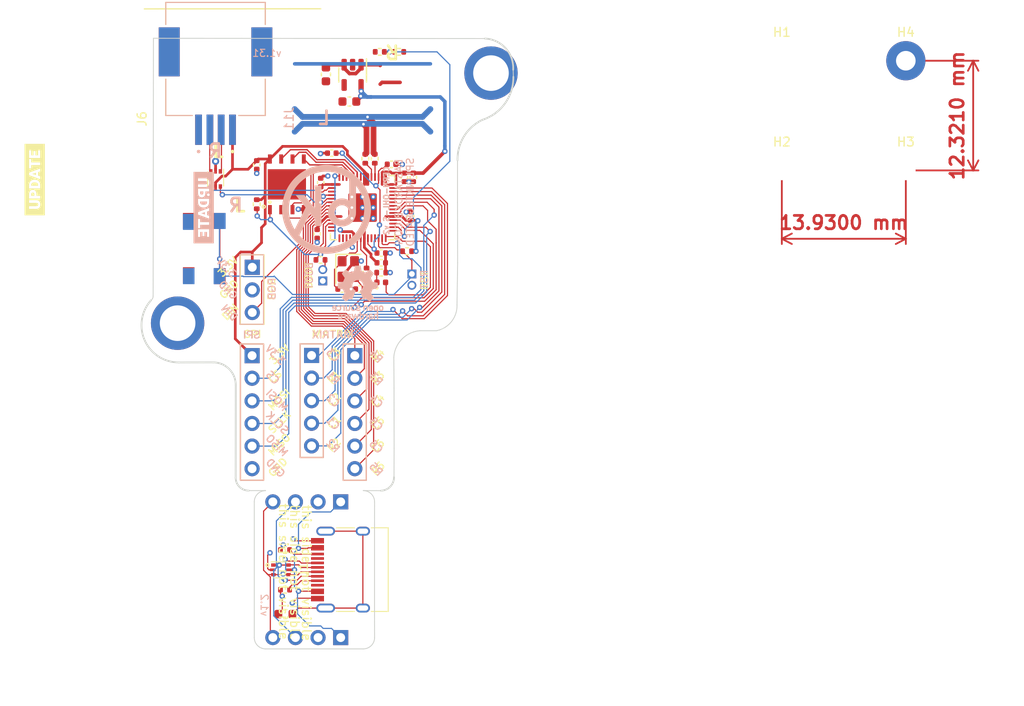
<source format=kicad_pcb>
(kicad_pcb (version 20221018) (generator pcbnew)
  (title_block (title "splinktegrated") (rev "2") (company "bastardkb"))
  (layers (0 "F.Cu" signal) (31 "B.Cu" signal) (34 "B.Paste" user) (35 "F.Paste" user) (36 "B.SilkS" user "B.Silkscreen") (37 "F.SilkS" user "F.Silkscreen") (38 "B.Mask" user) (39 "F.Mask" user) (44 "Edge.Cuts" user))
  (net 0 "")
  (net 1 "+5V")
  (net 2 "GND")
  (net 3 "+3V3")
  (net 4 "Net-(U1-XIN)")
  (net 5 "Net-(C4-Pad1)")
  (net 6 "+1V1")
  (net 7 "Net-(D1-K)")
  (net 8 "/LED")
  (net 9 "Net-(J1-SHIELD)")
  (net 10 "Net-(J1-CC1)")
  (net 12 "/D-")
  (net 13 "/D+")
  (net 14 "Net-(J1-CC2)")
  (net 16 "Net-(J5-Pin_2)")
  (net 17 "miso_l")
  (net 18 "sc_l")
  (net 19 "mosi_l")
  (net 20 "ss_l")
  (net 21 "row5_l")
  (net 22 "col6_l")
  (net 23 "col5_l")
  (net 24 "col4_l")
  (net 25 "row3_l")
  (net 26 "row4_l")
  (net 27 "rgb_r")
  (net 28 "row2_l")
  (net 29 "col1_l")
  (net 30 "col2_l")
  (net 31 "row1_l")
  (net 32 "col3_l")
  (net 33 "/~{RESET}")
  (net 34 "split_hand_l")
  (net 35 "/QSPI_~{CS}")
  (net 36 "Net-(U1-USB_DP)")
  (net 37 "Net-(U1-USB_DM)")
  (net 38 "Net-(U1-XOUT)")
  (net 39 "I2C1 SCL Raw")
  (net 40 "I2C1 SDA Raw")
  (net 43 "/VBUS_DET")
  (net 44 "/QSPI_D3")
  (net 45 "/QSPI_SCLK")
  (net 46 "/QSPI_D0")
  (net 47 "/QSPI_D2")
  (net 48 "/QSPI_D1")
  (net 58 "/D+_daughter")
  (net 59 "/D-_daughter")
  (net 60 "/Vbus_daughter")
  (net 61 "/Gnd_daughter")
  (net 63 "I2C1 SDA")
  (net 64 "I2C1 SCL")
  (footprint "Capacitor_SMD:C_0402_1005Metric" (layer "F.Cu") (at 154.5 103.2)
    (fp_text reference "C14" hide)
    (fp_text value "100n")
  )
  (footprint "Capacitor_SMD:C_0402_1005Metric" (layer "F.Cu") (at 147.3 99.95 -90)
    (fp_text reference "C9" hide)
    (fp_text value "100n")
  )
  (footprint "drawings:PinHeader_1x02_P1.27mm_Vertical" (layer "F.Cu") (at 157.94 104.455)
    (fp_text reference "J13" hide)
    (fp_text value "Conn_01x02_Female")
  )
  (footprint "kibuzzard-61F01C84" (layer "F.Cu") (at 115.57 93.853 90)
    (fp_text reference "kibuzzard-61F01C84" hide)
    (fp_text value "G***" hide)
  )
  (footprint "kibuzzard-61F019CB" (layer "F.Cu") (at 142.144281 106.13105 90)
    (fp_text reference "kibuzzard-61F019CB" hide)
    (fp_text value "G***" hide)
  )
  (footprint "Resistor_SMD:R_0402_1005Metric" (layer "F.Cu") (at 156.5168 79.502)
    (fp_text reference "R10" hide)
    (fp_text value "5.1k")
  )
  (footprint "Library:6_PinHeader" (layer "F.Cu") (at 139.99 113.629999)
    (fp_text reference "J7" hide)
    (fp_text value "trackball")
  )
  (footprint "Capacitor_SMD:C_0402_1005Metric" (layer "F.Cu") (at 158.1 93.6 -90)
    (fp_text reference "C5" hide)
    (fp_text value "1µ")
  )
  (footprint "Resistor_SMD:R_0402_1005Metric" (layer "F.Cu") (at 152.85 104.3 90)
    (fp_text reference "R8" hide)
    (fp_text value "1k")
  )
  (footprint "Package_TO_SOT_SMD:SOT-666" (layer "F.Cu") (at 143.233984 137.69236)
    (fp_text reference "U4" hide)
    (fp_text value "USBLC6-2P6")
  )
  (footprint "Package_TO_SOT_SMD:SOT-23-5" (layer "F.Cu") (at 151.282088 82.0854 -90)
    (fp_text reference "U3" hide)
    (fp_text value "XC6210B332MR-G")
  )
  (footprint "Capacitor_SMD:C_0402_1005Metric" (layer "F.Cu") (at 147.7 94.1832 90)
    (fp_text reference "C12" hide)
    (fp_text value "100n")
  )
  (footprint "Resistor_SMD:R_0402_1005Metric" (layer "F.Cu") (at 152.7048 91.5 -90)
    (fp_text reference "R6" hide)
    (fp_text value "27")
  )
  (footprint "Library:6_PinHeader" (layer "F.Cu") (at 151.529684 113.629999)
    (fp_text reference "J8" hide)
    (fp_text value "Ribbon")
  )
  (footprint "Capacitor_SMD:C_0402_1005Metric" (layer "F.Cu") (at 157.8 97.95 90)
    (fp_text reference "C13" hide)
    (fp_text value "100n")
  )
  (footprint "Resistor_SMD:R_0402_1005Metric" (layer "F.Cu") (at 143.691975 135.46236 180)
    (fp_text reference "R5" hide)
    (fp_text value "5.1k")
  )
  (footprint "kibuzzard-61F01957" (layer "F.Cu") (at 140.01 111.18)
    (fp_text reference "kibuzzard-61F01957" hide)
    (fp_text value "G***" hide)
  )
  (footprint "MountingHole:MountingHole_2.2mm_M2_Pad" (layer "F.Cu") (at 213.43 80.5)
    (fp_text reference "H4")
    (fp_text value "MountingHole_Pad")
  )
  (footprint "drawings:PinHeader_1x04_P2.54mm_Vertical" (layer "F.Cu") (at 149.941975 130.05736 -90)
    (fp_text reference "J3" hide)
    (fp_text value "Conn_01x04_Female")
  )
  (footprint "MountingHole:MountingHole_2.2mm_M2" (layer "F.Cu") (at 199.5 80.5)
    (fp_text reference "H1")
    (fp_text value "MountingHole")
  )
  (footprint "Capacitor_SMD:C_0402_1005Metric" (layer "F.Cu") (at 154.5 102.1)
    (fp_text reference "C8" hide)
    (fp_text value "100n")
  )
  (footprint "kibuzzard-61F01940" (layer "F.Cu") (at 149.09 111.167597)
    (fp_text reference "kibuzzard-61F01940" hide)
    (fp_text value "G***" hide)
  )
  (footprint "Package_TO_SOT_SMD:SOT-666" (layer "F.Cu") (at 135.89 93.7805 -90)
    (fp_text reference "U2" hide)
    (fp_text value "USBLC6-2P6")
  )
  (footprint "JohnDeereLibrary:AMPHENOL_73306-111LF" (layer "F.Cu") (at 135.883 80.302 90)
    (fp_text reference "J6")
    (fp_text value "RJ9")
  )
  (footprint "Resistor_SMD:R_0402_1005Metric" (layer "F.Cu") (at 143.691975 139.922276 180)
    (fp_text reference "R4" hide)
    (fp_text value "5.1k")
  )
  (footprint "Resistor_SMD:R_0402_1005Metric" (layer "F.Cu") (at 157.4 101.9)
    (fp_text reference "R2" hide)
    (fp_text value "10k")
  )
  (footprint "drawings:PinHeader_1x02_P1.27mm_Vertical" (layer "F.Cu") (at 147.9296 105.235 180)
    (fp_text reference "J5" hide)
    (fp_text value "Conn_01x02")
  )
  (footprint "drawings:W25Q128JVPIQ" (layer "F.Cu") (at 143.895 94.3864 90)
    (fp_text reference "U5" hide)
    (fp_text value "W25Q128JVS")
  )
  (footprint "drawings:PinHeader_1x04_P2.54mm_Vertical" (layer "F.Cu") (at 149.941975 145.30236 -90)
    (fp_text reference "J2" hide)
    (fp_text value "Conn_01x04_Female")
  )
  (footprint "Capacitor_SMD:C_0402_1005Metric" (layer "F.Cu") (at 157.1 93.6 -90)
    (fp_text reference "C11" hide)
    (fp_text value "100n")
  )
  (footprint "Resistor_SMD:R_0402_1005Metric" (layer "F.Cu") (at 154.3324 79.502)
    (fp_text reference "R11" hide)
    (fp_text value "10k")
  )
  (footprint "Crystal:Crystal_SMD_2520-4Pin_2.5x2.0mm" (layer "F.Cu") (at 150.8 103.9 -90)
    (fp_text reference "Y1" hide)
    (fp_text value "Crystal_GND24")
  )
  (footprint "Capacitor_SMD:C_0402_1005Metric" (layer "F.Cu") (at 140.5128 92.202 -90)
    (fp_text reference "C10" hide)
    (fp_text value "100n")
  )
  (footprint "Capacitor_SMD:C_0402_1005Metric" (layer "F.Cu") (at 152.1 106.15 180)
    (fp_text reference "C4" hide)
    (fp_text value "15p")
  )
  (footprint "MountingHole:MountingHole_2.2mm_M2" (layer "F.Cu") (at 199.5 92.821)
    (fp_text reference "H2")
    (fp_text value "MountingHole")
  )
  (footprint "" (layer "F.Cu") (at 131.6228 109.982)
    (fp_text reference "")
    (fp_text value "")
  )
  (footprint "Connector_USB:USB_C_Receptacle_HRO_TYPE-C-31-M-12" (layer "F.Cu") (at 151.384 137.668 90)
    (fp_text reference "J1")
    (fp_text value "USB_C_Receptacle_USB2.0")
  )
  (footprint "Resistor_SMD:R_0402_1005Metric" (layer "F.Cu") (at 153.7716 91.5 -90)
    (fp_text reference "R7" hide)
    (fp_text value "27")
  )
  (footprint "Inductor_SMD:L_0603_1608Metric" (layer "F.Cu") (at 143.731975 142.66236)
    (fp_text reference "FB1" hide)
    (fp_text value "FerriteBead_Small")
  )
  (footprint "Resistor_SMD:R_0402_1005Metric" (layer "F.Cu") (at 154.5 104.3 180)
    (fp_text reference "R1" hide)
    (fp_text value "1k")
  )
  (footprint "Library:PushSwitch" (layer "F.Cu") (at 134.5692 101.6 -90)
    (fp_text reference "SW1" hide)
    (fp_text value "SW_SPST")
  )
  (footprint "LED_SMD:LED_0402_1005Metric" (layer "F.Cu") (at 154.5 105.4)
    (fp_text reference "D1" hide)
    (fp_text value "LED")
  )
  (footprint "Capacitor_SMD:C_0402_1005Metric" (layer "F.Cu") (at 155.6532 92.1344)
    (fp_text reference "C6" hide)
    (fp_text value "1µ")
  )
  (footprint "Capacitor_SMD:C_0603_1608Metric" (layer "F.Cu") (at 150.919711 85.0826 180)
    (fp_text reference "C2" hide)
    (fp_text value "1µ")
  )
  (footprint "MountingHole:MountingHole_2.2mm_M2" (layer "F.Cu") (at 213.43 92.821)
    (fp_text reference "H3")
    (fp_text value "MountingHole")
  )
  (footprint "Capacitor_SMD:C_0402_1005Metric" (layer "F.Cu") (at 148.9456 90.8812 180)
    (fp_text reference "C7" hide)
    (fp_text value "100n")
  )
  (footprint "Library:5_PinHeader" (layer "F.Cu") (at 146.672542 113.61)
    (fp_text reference "J10" hide)
    (fp_text value "Ribbon")
  )
  (footprint "Resistor_SMD:R_0402_1005Metric" (layer "F.Cu") (at 147.6756 102.87 180)
    (fp_text reference "R3" hide)
    (fp_text value "1k")
  )
  (footprint "Resistor_SMD:R_0402_1005Metric" (layer "F.Cu") (at 140.5128 96.6216 90)
    (fp_text reference "R9" hide)
    (fp_text value "10k")
  )
  (footprint "Capacitor_SMD:C_0603_1608Metric" (layer "F.Cu") (at 148.284888 82.0346 -90)
    (fp_text reference "C1" hide)
    (fp_text value "1µ")
  )
  (footprint "Capacitor_SMD:C_0402_1005Metric" (layer "F.Cu") (at 150.1 106.15)
    (fp_text reference "C3" hide)
    (fp_text value "15p")
  )
  (footprint "Library:header1x03" (layer "F.Cu") (at 140.01 103.705)
    (fp_text reference "J9" hide)
    (fp_text value "RGB")
  )
  (footprint "0xLib_Package_DFN_QFN:QFN-56-1EP_7x7mm_P0.4mm_EP3.2x3.2mm" (layer "F.Cu") (at 152.4 97)
    (fp_text reference "U1" hide)
    (fp_text value "RP2040")
  )
  (footprint "kibuzzard-61F01940" (layer "B.Cu") (at 149.02 111.247597 180)
    (fp_text reference "kibuzzard-61F01940" hide)
    (fp_text value "G***" hide)
  )
  (footprint "kibuzzard-61F019CB" (layer "B.Cu") (at 142.19 106.15 -90)
    (fp_text reference "kibuzzard-61F019CB" hide)
    (fp_text value "G***" hide)
  )
  (footprint "" (layer "B.Cu") (at 166.8272 81.8896 180)
    (fp_text reference "")
    (fp_text value "")
  )
  (footprint "JohnDeereLibrary:AMPHENOL_73306-111LF" (layer "B.Cu") (at 135.883 80.302 90)
    (fp_text reference "J11")
    (fp_text value "RJ9")
  )
  (footprint "Library:PushSwitch" (layer "B.Cu") (at 134.5692 101.6 90)
    (fp_text reference "SW2" hide)
    (fp_text value "SW_SPST")
  )
  (footprint "LOGO" (layer "B.Cu") (at 148.35 97.19 180)
    (fp_text reference "G***" hide)
    (fp_text value "LOGO" hide)
  )
  (footprint "kibuzzard-61F01957" (layer "B.Cu") (at 139.97 111.26 180)
    (fp_text reference "kibuzzard-61F01957" hide)
    (fp_text value "G***" hide)
  )
  (footprint "Symbol:OSHW-Logo_5.7x6mm_SilkScreen" (layer "B.Cu") (at 151.87 106.54 180)
    (fp_text reference "REF**" hide)
    (fp_text value "OSHW-Logo_5.7x6mm_SilkScreen" hide)
  )
  (footprint "kibuzzard-61F01C84" (layer "B.Cu") (at 134.55 97 -90)
    (fp_text reference "kibuzzard-61F01C84" hide)
    (fp_text value "G***" hide)
  )
  (gr_line (start 147.7 74.661) (end 127.889 74.676) (stroke (width 0.15)) (layer "F.SilkS"))
  (gr_circle (center 141.3 96.9) (end 141.41 97.03) (stroke (width 0.15)) (fill none) (layer "F.SilkS"))
  (gr_circle (center 141.71 137.16) (end 141.84 137.05) (stroke (width 0.15)) (fill none) (layer "F.SilkS"))
  (gr_poly (pts (xy 148.95 92.95) (xy 148.7 92.45) (xy 149.2 92.45)) (stroke (width 0.15)) (fill solid) (layer "F.SilkS"))
  (gr_line (start 140.236975 130.062362) (end 140.236975 145.30236) (stroke (width 0.1)) (layer "Edge.Cuts"))
  (gr_line (start 128.905 77.978) (end 128.875198 106.934) (stroke (width 0.1)) (layer "Edge.Cuts"))
  (gr_line (start 153.746975 142.30736) (end 153.751974 145.302361) (stroke (width 0.1)) (layer "Edge.Cuts"))
  (gr_arc (start 163.070005 91.682466) (mid 163.801194 88.988153) (end 165.886951 87.132466) (stroke (width 0.2)) (layer "Edge.Cuts"))
  (gr_line (start 163.01 107.93) (end 163.081786 103.191633) (stroke (width 0.1)) (layer "Edge.Cuts"))
  (gr_line (start 138.142824 127.343393) (end 138.153949 116.926051) (stroke (width 0.2)) (layer "Edge.Cuts"))
  (gr_arc (start 163.01 107.93) (mid 162.391367 109.801429) (end 160.71 110.83) (stroke (width 0.1)) (layer "Edge.Cuts"))
  (gr_arc (start 135.613949 114.386051) (mid 137.41 115.13) (end 138.153949 116.926051) (stroke (width 0.2)) (layer "Edge.Cuts"))
  (gr_arc (start 128.875198 106.934) (mid 128.809955 107.207337) (end 128.628293 107.421741) (stroke (width 0.1)) (layer "Edge.Cuts"))
  (gr_arc (start 155.91 113.83) (mid 156.814475 111.783319) (end 158.838866 110.83) (stroke (width 0.1)) (layer "Edge.Cuts"))
  (gr_line (start 160.71 110.83) (end 158.838866 110.83) (stroke (width 0.1)) (layer "Edge.Cuts"))
  (gr_arc (start 152.481974 128.792361) (mid 153.38 129.164335) (end 153.751974 130.062361) (stroke (width 0.1)) (layer "Edge.Cuts"))
  (gr_arc (start 169.340942 82.31) (mid 168.404986 85.287799) (end 165.886951 87.132466) (stroke (width 0.2)) (layer "Edge.Cuts"))
  (gr_line (start 153.746975 142.30736) (end 153.746975 133.06736) (stroke (width 0.1)) (layer "Edge.Cuts"))
  (gr_arc (start 140.236975 130.062362) (mid 140.608949 129.164336) (end 141.506975 128.792362) (stroke (width 0.1)) (layer "Edge.Cuts"))
  (gr_line (start 153.746975 133.06736) (end 153.751974 130.062361) (stroke (width 0.1)) (layer "Edge.Cuts"))
  (gr_arc (start 131.783471 114.395073) (mid 127.937965 111.934557) (end 128.628293 107.421741) (stroke (width 0.2)) (layer "Edge.Cuts"))
  (gr_line (start 166.145648 78.01) (end 128.905 77.978) (stroke (width 0.1)) (layer "Edge.Cuts"))
  (gr_arc (start 155.93335 127.287233) (mid 155.513578 128.338466) (end 154.48 128.8) (stroke (width 0.2)) (layer "Edge.Cuts"))
  (gr_line (start 155.948072 124.034991) (end 155.936291 117.285003) (stroke (width 0.1)) (layer "Edge.Cuts"))
  (gr_line (start 155.948072 124.034991) (end 155.93335 127.287233) (stroke (width 0.1)) (layer "Edge.Cuts"))
  (gr_line (start 154.48 128.8) (end 152.481974 128.792361) (stroke (width 0.1)) (layer "Edge.Cuts"))
  (gr_line (start 139.615358 128.792362) (end 141.506975 128.792362) (stroke (width 0.1)) (layer "Edge.Cuts"))
  (gr_line (start 155.936291 117.285003) (end 155.91 113.83) (stroke (width 0.1)) (layer "Edge.Cuts"))
  (gr_line (start 163.070005 96.441645) (end 163.070005 91.682466) (stroke (width 0.1)) (layer "Edge.Cuts"))
  (gr_arc (start 166.145648 78.01) (mid 168.466188 79.091356) (end 169.320602 81.504697) (stroke (width 0.2)) (layer "Edge.Cuts"))
  (gr_arc (start 139.615358 128.792362) (mid 138.578483 128.373374) (end 138.142824 127.343393) (stroke (width 0.2)) (layer "Edge.Cuts"))
  (gr_line (start 131.783471 114.395074) (end 135.613949 114.386051) (stroke (width 0.2)) (layer "Edge.Cuts"))
  (gr_line (start 163.070005 96.441645) (end 163.081786 103.191633) (stroke (width 0.1)) (layer "Edge.Cuts"))
  (gr_arc (start 141.506975 146.57236) (mid 140.608949 146.200386) (end 140.236975 145.30236) (stroke (width 0.1)) (layer "Edge.Cuts"))
  (gr_line (start 169.320602 81.504697) (end 169.340942 82.31) (stroke (width 0.1)) (layer "Edge.Cuts"))
  (gr_arc (start 153.751974 145.302361) (mid 153.38 146.200387) (end 152.481974 146.572361) (stroke (width 0.1)) (layer "Edge.Cuts"))
  (gr_line (start 152.481974 146.572361) (end 141.506975 146.57236) (stroke (width 0.1)) (layer "Edge.Cuts"))
  (gr_text "BOOT" (at 146.41 104.64 90) (layer "B.SilkS") (effects (font (size 0.8 0.8) (thickness 0.12)) (justify mirror)))
  (gr_text "3.3V" (at 137.1 103.73 315) (layer "B.SilkS") (effects (font (size 0.8 0.8)) (justify mirror)))
  (gr_text "C2" (at 149.07 118.68 -45) (layer "B.SilkS") (effects (font (size 0.8 0.8)) (justify mirror)))
  (gr_text "C1" (at 149.07 121.22 -45) (layer "B.SilkS") (effects (font (size 0.8 0.8)) (justify mirror)))
  (gr_text "R4" (at 153.9138 113.700002 315) (layer "B.SilkS") (effects (font (size 0.8 0.8)) (justify mirror)))
  (gr_text "C6" (at 153.9138 123.860002 315) (layer "B.SilkS") (effects (font (size 0.8 0.8)) (justify mirror)))
  (gr_text "MISO" (at 142.77 123.719999 -45) (layer "B.SilkS") (effects (font (size 0.8 0.8)) (justify mirror)))
  (gr_text "R1" (at 149.07 116.14 -45) (layer "B.SilkS") (effects (font (size 0.8 0.8)) (justify mirror)))
  (gr_text "v1.31" (at 141.65 79.65) (layer "B.SilkS") (effects (font (size 0.8 0.8) (thickness 0.12)) (justify mirror)))
  (gr_text "C4" (at 153.9138 118.780002 315) (layer "B.SilkS") (effects (font (size 0.8 0.8)) (justify mirror)))
  (gr_text "DIN" (at 137.43797 108.81 -45) (layer "B.SilkS") (effects (font (size 0.8 0.8)) (justify mirror)))
  (gr_text "R3" (at 153.9138 116.240002 315) (layer "B.SilkS") (effects (font (size 0.8 0.8)) (justify mirror)))
  (gr_text "L" (at 148.9 87.8) (layer "B.SilkS") (effects (font (size 1.5 1.5) (thickness 0.3) bold) (justify left bottom mirror)))
  (gr_text "v1.2" (at 141.371975 141.65236 270) (layer "B.SilkS") (effects (font (size 0.8 0.8) (thickness 0.12)) (justify mirror)))
  (gr_text "BASTARDKB.COM" (at 156.47 96.37 90) (layer "B.SilkS") (effects (font (size 0.8 0.8) (thickness 0.12)) (justify mirror)))
  (gr_text "R" (at 139.1 97.6) (layer "B.SilkS") (effects (font (size 1.5 1.5) (thickness 0.3) bold) (justify left bottom mirror)))
  (gr_text "RST" (at 159.34 105.08 90) (layer "B.SilkS") (effects (font (size 0.8 0.8) (thickness 0.12)) (justify mirror)))
  (gr_text "GND" (at 142.608375 126.26 -45) (layer "B.SilkS") (effects (font (size 0.8 0.8)) (justify mirror)))
  (gr_text "CS" (at 142.298595 116.1 -45) (layer "B.SilkS") (effects (font (size 0.8 0.8)) (justify mirror)))
  (gr_text "SPLINKTEGRATED" (at 157.75 96.38 90) (layer "B.SilkS") (effects (font (size 0.8 0.8) (thickness 0.12)) (justify mirror)))
  (gr_text "C3" (at 149.07 113.6 -45) (layer "B.SilkS") (effects (font (size 0.8 0.8)) (justify mirror)))
  (gr_text "MOSI" (at 142.77 118.639999 -45) (layer "B.SilkS") (effects (font (size 0.8 0.8)) (justify mirror)))
  (gr_text "SCLK" (at 142.810406 121.179999 -45) (layer "B.SilkS") (effects (font (size 0.8 0.8)) (justify mirror)))
  (gr_text "R" (at 136.8 91.5) (layer "B.SilkS") (effects (font (size 1.5 1.5) (thickness 0.3) bold) (justify left bottom mirror)))
  (gr_text "GND" (at 137.289814 106.27 -45) (layer "B.SilkS") (effects (font (size 0.8 0.8)) (justify mirror)))
  (gr_text "3.3V" (at 142.6 113.56 315) (layer "B.SilkS") (effects (font (size 0.8 0.8)) (justify mirror)))
  (gr_text "R5" (at 153.9138 126.400002 315) (layer "B.SilkS") (effects (font (size 0.8 0.8)) (justify mirror)))
  (gr_text "C5" (at 153.9138 121.320002 315) (layer "B.SilkS") (effects (font (size 0.8 0.8)) (justify mirror)))
  (gr_text "R2" (at 149.07 123.76 -45) (layer "B.SilkS") (effects (font (size 0.8 0.8)) (justify mirror)))
  (gr_text "CERN-OHL-S v2" (at 155.09 96.22 90) (layer "B.SilkS") (effects (font (size 0.6 0.6)) (justify mirror)))
  (gr_text "C1" (at 149.2154 121.140001 45) (layer "F.SilkS") (effects (font (size 0.8 0.8))))
  (gr_text "CS" (at 142.578189 116.020001 45) (layer "F.SilkS") (effects (font (size 0.8 0.8))))
  (gr_text "GND" (at 142.887969 126.180001 45) (layer "F.SilkS") (effects (font (size 0.8 0.8))))
  (gr_text "MOSI" (at 143.049594 118.56 45) (layer "F.SilkS") (effects (font (size 0.8 0.8))))
  (gr_text "C3" (at 149.2154 113.520001 45) (layer "F.SilkS") (effects (font (size 0.8 0.8))))
  (gr_text "R5" (at 154.1354 126.314059 45) (layer "F.SilkS") (effects (font (size 0.8 0.8))))
  (gr_text "this side not visible" (at 146.1 138.05 270) (layer "F.SilkS") (effects (font (size 1 1))))
  (gr_text "this side not visible" (at 143.52 137.89 270) (layer "F.SilkS") (effects (font (size 1 1))))
  (gr_text "RST" (at 159.38 105.19 90) (layer "F.SilkS") (effects (font (size 0.8 0.8) (thickness 0.12))))
  (gr_text "BOOT" (at 146.34 104.6 90) (layer "F.SilkS") (effects (font (size 0.8 0.8) (thickness 0.12))))
  (gr_text "MISO" (at 143.049594 123.64 45) (layer "F.SilkS") (effects (font (size 0.8 0.8))))
  (gr_text "C2" (at 149.2154 118.600001 45) (layer "F.SilkS") (effects (font (size 0.8 0.8))))
  (gr_text "GND" (at 137.399814 106.189 45) (layer "F.SilkS") (effects (font (size 0.8 0.8))))
  (gr_text "L" (at 137.8 97.6) (layer "F.SilkS") (effects (font (size 1.5 1.5) (thickness 0.3) bold) (justify left bottom)))
  (gr_text "this side not visible" (at 144.78 137.98 270) (layer "F.SilkS") (effects (font (size 1 1))))
  (gr_text "R" (at 156.684911 78.6102 180) (layer "F.SilkS") (effects (font (size 1.5 1.5) (thickness 0.3) bold) (justify left bottom)))
  (gr_text "C4" (at 154.11 118.700001 45) (layer "F.SilkS") (effects (font (size 0.8 0.8))))
  (gr_text "SCLK" (at 143.09 121.1 45) (layer "F.SilkS") (effects (font (size 0.8 0.8))))
  (gr_text "R1" (at 149.2154 116.060001 45) (layer "F.SilkS") (effects (font (size 0.8 0.8))))
  (gr_text "L" (at 135.35 91.5) (layer "F.SilkS") (effects (font (size 1.5 1.5) (thickness 0.3) bold) (justify left bottom)))
  (gr_text "3.3V" (at 143.1 113.480001 45) (layer "F.SilkS") (effects (font (size 0.8 0.8))))
  (gr_text "3.3V" (at 137.3 103.66 45) (layer "F.SilkS") (effects (font (size 0.8 0.8))))
  (gr_text "R4" (at 154.11 113.620001 45) (layer "F.SilkS") (effects (font (size 0.8 0.8))))
  (gr_text "R3" (at 154.11 116.160001 45) (layer "F.SilkS") (effects (font (size 0.8 0.8))))
  (gr_text "DIN" (at 137.54797 108.74 45) (layer "F.SilkS") (effects (font (size 0.8 0.8))))
  (gr_text "C5" (at 154.11 121.240001 45) (layer "F.SilkS") (effects (font (size 0.8 0.8))))
  (gr_text "C6" (at 154.11 123.780001 45) (layer "F.SilkS") (effects (font (size 0.8 0.8))))
  (gr_text "R2" (at 149.2154 123.680001 45) (layer "F.SilkS") (effects (font (size 0.8 0.8))))
  (dimension (type aligned) (layer "F.Cu") (pts (xy 213.43 92.821) (xy 213.43 80.5)) (height 7.57) (gr_text "12.3210 mm" (at 219.2 86.6605 90) (layer "F.Cu") (effects (font (size 1.5 1.5) (thickness 0.3)))) (format (prefix "") (suffix "") (units 3) (units_format 1) (precision 4)) (style (thickness 0.2) (arrow_length 1.27) (text_position_mode 0) (extension_height 0.58642) (extension_offset 0.5) keep_text_aligned))
  (dimension (type aligned) (layer "F.Cu") (pts (xy 213.43 92.821) (xy 199.5 92.821)) (height -7.679) (gr_text "13.9300 mm" (at 206.465 98.7) (layer "F.Cu") (effects (font (size 1.5 1.5) (thickness 0.3)))) (format (prefix "") (suffix "") (units 3) (units_format 1) (precision 4)) (style (thickness 0.2) (arrow_length 1.27) (text_position_mode 0) (extension_height 0.58642) (extension_offset 0.5) keep_text_aligned))
  (segment (start 156.6164 82.9311) (end 154.5855 82.9311) (width 0.4) (layer "F.Cu") (net 0))
  (segment (start 154.5855 82.9311) (end 154.3812 83.1354) (width 0.4) (layer "F.Cu") (net 0))
  (segment (start 160.02 80.85031) (end 144.775 80.85031) (width 0.4) (layer "B.Cu") (net 0))
  (segment (start 152.232088 80.9479) (end 154.2937 80.9479) (width 0.4) (layer "F.Cu") (net 1))
  (segment (start 148.596588 80.9479) (end 148.284888 81.2596) (width 0.4) (layer "F.Cu") (net 1))
  (segment (start 152.232088 81.339223) (end 151.630911 81.9404) (width 0.4) (layer "F.Cu") (net 1))
  (segment (start 152.232088 80.9479) (end 152.232088 81.339223) (width 0.4) (layer "F.Cu") (net 1))
  (segment (start 152.319588 81.0354) (end 152.232088 80.9479) (width 0.4) (layer "F.Cu") (net 1))
  (segment (start 150.332088 80.9479) (end 148.596588 80.9479) (width 0.4) (layer "F.Cu") (net 1))
  (segment (start 150.332088 81.3386) (end 150.332088 80.9479) (width 0.4) (layer "F.Cu") (net 1))
  (segment (start 150.933888 81.9404) (end 150.332088 81.3386) (width 0.4) (layer "F.Cu") (net 1))
  (segment (start 154.2937 80.9479) (end 154.3812 81.0354) (width 0.4) (layer "F.Cu") (net 1))
  (segment (start 151.630911 81.9404) (end 150.933888 81.9404) (width 0.4) (layer "F.Cu") (net 1))
  (segment (start 155.5 102.1) (end 154.98 102.1) (width 0.3) (layer "F.Cu") (net 2))
  (segment (start 156.8536 92.1344) (end 156.8704 92.1512) (width 0.3) (layer "F.Cu") (net 2))
  (segment (start 140.5128 93.152) (end 140.5128 92.682) (width 0.15) (layer "F.Cu") (net 2))
  (segment (start 150.58 106.15) (end 150.58 106.105) (width 0.3) (layer "F.Cu") (net 2))
  (segment (start 135.89 91.7956) (end 135.89 92.8555) (width 0.3) (layer "F.Cu") (net 2))
  (segment (start 147.7264 90.8812) (end 148.4656 90.8812) (width 0.3) (layer "F.Cu") (net 2))
  (segment (start 150.25 104.925) (end 150.1 104.775) (width 0.3) (layer "F.Cu") (net 2))
  (segment (start 152.25 103) (end 151.525 103) (width 0.3) (layer "F.Cu") (net 2))
  (segment (start 151.194775 99.70048) (end 151.4 99.905705) (width 0.3) (layer "F.Cu") (net 2))
  (segment (start 151.525 103) (end 151.5 103.025) (width 0.3) (layer "F.Cu") (net 2))
  (segment (start 155.5 104.3) (end 155.01 104.3) (width 0.3) (layer "F.Cu") (net 2))
  (segment (start 147.8566 90.932) (end 147.8677 90.9209) (width 0.3) (layer "F.Cu") (net 2))
  (segment (start 145.749 97.1804) (end 145.8 97.2314) (width 0.4) (layer "F.Cu") (net 2))
  (segment (start 145.1795 97.1804) (end 145.749 97.1804) (width 0.4) (layer "F.Cu") (net 2))
  (segment (start 151.5 103.025) (end 150.1 104.775) (width 0.3) (layer "F.Cu") (net 2))
  (segment (start 147.3 100.43) (end 147.3 100.9) (width 0.15) (layer "F.Cu") (net 2))
  (segment (start 151.1 106.15) (end 151.62 106.15) (width 0.3) (layer "F.Cu") (net 2))
  (segment (start 150.58 106.105) (end 150.25 105.775) (width 0.3) (layer "F.Cu") (net 2))
  (segment (start 157.62 94.08) (end 157.6 94.1) (width 0.3) (layer "F.Cu") (net 2))
  (segment (start 147.9532 93.45) (end 147.7 93.7032) (width 0.3) (layer "F.Cu") (net 2))
  (segment (start 147.6756 90.932) (end 147.8566 90.932) (width 0.3) (layer "F.Cu") (net 2))
  (segment (start 154.98 103.2) (end 154.98 104.27) (width 0.3) (layer "F.Cu") (net 2))
  (segment (start 150.25 105.775) (end 150.25 104.925) (width 0.3) (layer "F.Cu") (net 2))
  (segment (start 156.8704 92.1512) (end 156.9016 92.12) (width 0.3) (layer "F.Cu") (net 2))
  (segment (start 156.1332 92.1344) (end 156.8536 92.1344) (width 0.3) (layer "F.Cu") (net 2))
  (segment (start 151.1 106.15) (end 150.58 106.15) (width 0.3) (layer "F.Cu") (net 2))
  (segment (start 154.98 102.1) (end 154.98 103.2) (width 0.3) (layer "F.Cu") (net 2))
  (segment (start 150.58 106.15) (end 151.62 106.15) (width 0.3) (layer "F.Cu") (net 2))
  (segment (start 158.1 94.08) (end 157.62 94.08) (width 0.3) (layer "F.Cu") (net 2))
  (segment (start 157.1 94.08) (end 157.58 94.08) (width 0.3) (layer "F.Cu") (net 2))
  (segment (start 147.6756 90.932) (end 147.7264 90.8812) (width 0.3) (layer "F.Cu") (net 2))
  (segment (start 157.58 94.08) (end 157.6 94.1) (width 0.3) (layer "F.Cu") (net 2))
  (segment (start 151.4 99.905705) (end 151.4 100.4375) (width 0.3) (layer "F.Cu") (net 2))
  (segment (start 150.10048 99.70048) (end 151.194775 99.70048) (width 0.3) (layer "F.Cu") (net 2))
  (segment (start 148.5 93.45) (end 147.9532 93.45) (width 0.3) (layer "F.Cu") (net 2))
  (segment (start 149.9 99.5) (end 150.10048 99.70048) (width 0.3) (layer "F.Cu") (net 2))
  (via (at 140.5128 93.152) (size 0.6) (drill 0.3) (layers "F.Cu" "B.Cu") (net 2))
  (via (at 155.5 104.3) (size 0.6) (drill 0.3) (layers "F.Cu" "B.Cu") (net 2))
  (via (at 157.3 97.5) (size 0.6) (drill 0.3) (layers "F.Cu" "B.Cu") (net 2))
  (via (at 157.6 94.1) (size 0.6) (drill 0.3) (layers "F.Cu" "B.Cu") (net 2))
  (via (at 152.4 95.8) (size 0.6) (drill 0.3) (layers "F.Cu" "B.Cu") (net 2))
  (via (at 151.1 106.15) (size 0.6) (drill 0.3) (layers "F.Cu" "B.Cu") (net 2))
  (via (at 153.6 98.2) (size 0.6) (drill 0.3) (layers "F.Cu" "B.Cu") (net 2))
  (via (at 152.25 103) (size 0.6) (drill 0.3) (layers "F.Cu" "B.Cu") (net 2))
  (via (at 145.1795 97.1804) (size 0.6) (drill 0.3) (layers "F.Cu" "B.Cu") (net 2))
  (via (at 152.4 98.2) (size 0.6) (drill 0.3) (layers "F.Cu" "B.Cu") (net 2))
  (via (at 155.5 102.1) (size 0.6) (drill 0.3) (layers "F.Cu" "B.Cu") (net 2))
  (via (at 153.6 95.8) (size 0.6) (drill 0.3) (layers "F.Cu" "B.Cu") (net 2))
  (via (at 135.89 91.7956) (size 0.8) (drill 0.4) (layers "F.Cu" "B.Cu") (net 2))
  (via (at 151.2 97) (size 0.6) (drill 0.3) (layers "F.Cu" "B.Cu") (net 2))
  (via (at 151.2 98.2) (size 0.6) (drill 0.3) (layers "F.Cu" "B.Cu") (net 2))
  (via (at 151.2 95.8) (size 0.6) (drill 0.3) (layers "F.Cu" "B.Cu") (net 2))
  (via (at 148.5 93.45) (size 0.6) (drill 0.3) (layers "F.Cu" "B.Cu") (net 2))
  (via (at 149.9 99.5) (size 0.6) (drill 0.3) (layers "F.Cu" "B.Cu") (net 2))
  (via (at 153.6 97) (size 0.6) (drill 0.3) (layers "F.Cu" "B.Cu") (net 2))
  (via (at 152.4 97) (size 0.6) (drill 0.3) (layers "F.Cu" "B.Cu") (net 2))
  (via (at 147.3 100.9) (size 0.6) (drill 0.3) (layers "F.Cu" "B.Cu") (net 2))
  (via (at 147.6756 90.932) (size 0.6) (drill 0.3) (layers "F.Cu" "B.Cu") (net 2))
  (via (at 156.8704 92.1512) (size 0.6) (drill 0.3) (layers "F.Cu" "B.Cu") (net 2))
  (segment (start 139.99 113.629999) (end 138.1 111.739999) (width 0.3) (layer "F.Cu") (net 3))
  (segment (start 141.465 92.0664) (end 141.465 95.1992) (width 0.3) (layer "F.Cu") (net 3))
  (segment (start 152.479271 92.833929) (end 150.694 91.048658) (width 0.3) (layer "F.Cu") (net 3))
  (segment (start 158.56 98.43) (end 158.61 98.48) (width 0.3) (layer "F.Cu") (net 3))
  (segment (start 153.35 102.53) (end 154.02 103.2) (width 0.3) (layer "F.Cu") (net 3))
  (segment (start 152.1968 84.4804) (end 152.232088 84.515688) (width 0.4) (layer "F.Cu") (net 3))
  (segment (start 140.6934 91.5414) (end 140.5128 91.722) (width 0.3) (layer "F.Cu") (net 3))
  (segment (start 156.15 93.12) (end 157.1 93.12) (width 0.3) (layer "F.Cu") (net 3))
  (segment (start 152.232088 84.515688) (end 152.232088 84.545223) (width 0.4) (layer "F.Cu") (net 3))
  (segment (start 157.8 98.43) (end 158.56 98.43) (width 0.3) (layer "F.Cu") (net 3))
  (segment (start 148.9625 94.4) (end 147.9632 94.4) (width 0.3) (layer "F.Cu") (net 3))
  (segment (start 154.682503 92.982503) (end 154.982503 92.982503) (width 0.3) (layer "F.Cu") (net 3))
  (segment (start 155 93.5625) (end 155 93) (width 0.3) (layer "F.Cu") (net 3))
  (segment (start 155.8375 98) (end 155 98) (width 0.3) (layer "F.Cu") (net 3))
  (segment (start 147.9632 94.4) (end 147.7 94.6632) (width 0.3) (layer "F.Cu") (net 3))
  (segment (start 150.694 91.048658) (end 150.694 90.640956) (width 0.3) (layer "F.Cu") (net 3))
  (segment (start 140.5128 91.722) (end 139.5432 92.6916) (width 0.3) (layer "F.Cu") (net 3))
  (segment (start 141.465 95.6694) (end 141.465 95.1992) (width 0.3) (layer "F.Cu") (net 3))
  (segment (start 152.834871 93.189529) (end 152.8064 93.218) (width 0.3) (layer "F.Cu") (net 3))
  (segment (start 136.6127 93.4605) (end 137.0191 93.4605) (width 0.3) (layer "F.Cu") (net 3))
  (segment (start 156.15 93.12) (end 156.15 94.4) (width 0.3) (layer "F.Cu") (net 3))
  (segment (start 150.172244 90.1192) (end 143.4122 90.1192) (width 0.3) (layer "F.Cu") (net 3))
  (segment (start 140.01 101.99) (end 140.01 103.705) (width 0.3) (layer "F.Cu") (net 3))
  (segment (start 155.67 93.12) (end 155.532503 92.982503) (width 0.3) (layer "F.Cu") (net 3))
  (segment (start 152.6 92.954658) (end 152.479271 92.833929) (width 0.3) (layer "F.Cu") (net 3))
  (segment (start 139.5432 92.6916) (end 137.788 92.6916) (width 0.3) (layer "F.Cu") (net 3))
  (segment (start 152.232088 84.445112) (end 152.1968 84.4804) (width 0.4) (layer "F.Cu") (net 3))
  (segment (start 143.4122 90.1192) (end 141.99 91.5414) (width 0.3) (layer "F.Cu") (net 3))
  (segment (start 158.1 93.12) (end 158.28 93.12) (width 0.3) (layer "F.Cu") (net 3))
  (segment (start 155 93.5625) (end 155 94.4) (width 0.3) (layer "F.Cu") (net 3))
  (segment (start 141.0228 96.1116) (end 141.465 95.6694) (width 0.3) (layer "F.Cu") (net 3))
  (segment (start 155 93) (end 154.982503 92.982503) (width 0.3) (layer "F.Cu") (net 3))
  (segment (start 135.89 94.1832) (end 136.6127 93.4605) (width 0.3) (layer "F.Cu") (net 3))
  (segment (start 152.6 93.5625) (end 152.6 93.4244) (width 0.3) (layer "F.Cu") (net 3))
  (segment (start 155 94.4) (end 155.8375 94.4) (width 0.3) (layer "F.Cu") (net 3))
  (segment (start 148.9625 98) (end 148.377096 98) (width 0.3) (layer "F.Cu") (net 3))
  (segment (start 152.232088 83.2229) (end 152.232088 83.906088) (width 0.4) (layer "F.Cu") (net 3))
  (segment (start 147.3 99.24) (end 147.3 99.47) (width 0.3) (layer "F.Cu") (net 3))
  (segment (start 153 93.5625) (end 153 94.4) (width 0.3) (layer "F.Cu") (net 3))
  (segment (start 140.5128 96.1116) (end 141.0228 96.1116) (width 0.3) (layer "F.Cu") (net 3))
  (segment (start 157.265 98.43) (end 157.8 98.43) (width 0.3) (layer "F.Cu") (net 3))
  (segment (start 141.465 98.825) (end 141.05 99.24) (width 0.3) (layer "F.Cu") (net 3))
  (segment (start 154.6 93.5625) (end 154.6 94.4) (width 0.3) (layer "F.Cu") (net 3))
  (segment (start 152.6 93.5625) (end 152.6 92.954658) (width 0.3) (layer "F.Cu") (net 3))
  (segment (start 141.05 100.95) (end 140.01 101.99) (width 0.3) (layer "F.Cu") (net 3))
  (segment (start 141.465 95.1992) (end 141.465 98.825) (width 0.3) (layer "F.Cu") (net 3))
  (segment (start 156.835 98) (end 157.265 98.43) (width 0.3) (layer "F.Cu") (net 3))
  (segment (start 152.6 93.4244) (end 152.834871 93.189529) (width 0.3) (layer "F.Cu") (net 3))
  (segment (start 155.8375 98) (end 156.835 98) (width 0.3) (layer "F.Cu") (net 3))
  (segment (start 156.15 93.12) (end 155.67 93.12) (width 0.3) (layer "F.Cu") (net 3))
  (segment (start 152.232088 83.906088) (end 152.2476 83.9216) (width 0.4) (layer "F.Cu") (net 3))
  (segment (start 137.788 92.6916) (end 137.788 88.252) (width 0.3) (layer "F.Cu") (net 3))
  (segment (start 157.91 101.9) (end 158.4 101.9) (width 0.3) (layer "F.Cu") (net 3))
  (segment (start 159.2036 93.12) (end 158.1 93.12) (width 0.4) (layer "F.Cu") (net 3))
  (segment (start 148.377096 98) (end 147.645 98.732096) (width 0.3) (layer "F.Cu") (net 3))
  (segment (start 148.9625 98) (end 150 98) (width 0.3) (layer "F.Cu") (net 3))
  (segment (start 147.64 98.9) (end 147.3 99.24) (width 0.3) (layer "F.Cu") (net 3))
  (segment (start 148.9625 94.4) (end 149.8 94.4) (width 0.3) (layer "F.Cu") (net 3))
  (segment (start 152.6 101.473919) (end 153.35 102.223919) (width 0.3) (layer "F.Cu") (net 3))
  (segment (start 154.6 93.5625) (end 154.6 93.065006) (width 0.3) (layer "F.Cu") (net 3))
  (segment (start 152.6 100.4375) (end 152.6 101.473919) (width 0.3) (layer "F.Cu") (net 3))
  (segment (start 155.532503 92.982503) (end 154.982503 92.982503) (width 0.3) (layer "F.Cu") (net 3))
  (segment (start 153 93.5625) (end 153 93.354658) (width 0.3) (layer "F.Cu") (net 3))
  (segment (start 141.05 99.24) (end 141.05 100.95) (width 0.3) (layer "F.Cu") (net 3))
  (segment (start 152.6 100.4375) (end 152.6 99.6) (width 0.3) (layer "F.Cu") (net 3))
  (segment (start 138.1 111.739999) (end 138.1 102.6) (width 0.3) (layer "F.Cu") (net 3))
  (segment (start 135.89 94.7055) (end 135.89 94.1832) (width 0.3) (layer "F.Cu") (net 3))
  (segment (start 152.2476 83.9216) (end 152.232088 83.937112) (width 0.4) (layer "F.Cu") (net 3))
  (segment (start 137.0191 93.4605) (end 137.788 92.6916) (width 0.3) (layer "F.Cu") (net 3))
  (segment (start 154.6 93.065006) (end 154.682503 92.982503) (width 0.3) (layer "F.Cu") (net 3))
  (segment (start 153.35 102.223919) (end 153.35 102.53) (width 0.3) (layer "F.Cu") (net 3))
  (segment (start 141.99 91.5414) (end 141.465 92.0664) (width 0.3) (layer "F.Cu") (net 3))
  (segment (start 138.1 102.6) (end 138.71 101.99) (width 0.3) (layer "F.Cu") (net 3))
  (segment (start 152.232088 83.937112) (end 152.232088 84.445112) (width 0.4) (layer "F.Cu") (net 3))
  (segment (start 150.694 90.640956) (end 150.172244 90.1192) (width 0.3) (layer "F.Cu") (net 3))
  (segment (start 161.6456 90.678) (end 159.2036 93.12) (width 0.4) (layer "F.Cu") (net 3))
  (segment (start 147.645 98.732096) (end 147.645 98.9) (width 0.3) (layer "F.Cu") (net 3))
  (segment (start 141.99 91.5414) (end 140.6934 91.5414) (width 0.3) (layer "F.Cu") (net 3))
  (segment (start 158.1 93.12) (end 157.1 93.12) (width 0.3) (layer "F.Cu") (net 3))
  (segment (start 147.645 98.9) (end 147.64 98.9) (width 0.3) (layer "F.Cu") (net 3))
  (segment (start 138.71 101.99) (end 140.01 101.99) (width 0.3) (layer "F.Cu") (net 3))
  (segment (start 152.232088 84.545223) (end 151.694711 85.0826) (width 0.4) (layer "F.Cu") (net 3))
  (segment (start 153 93.354658) (end 152.479271 92.833929) (width 0.3) (layer "F.Cu") (net 3))
  (segment (start 152.8064 93.218) (end 152.8064 94.3864) (width 0.3) (layer "F.Cu") (net 3))
  (segment (start 152.6 93.5625) (end 152.6 94.4) (width 0.3) (layer "F.Cu") (net 3))
  (via (at 158.61 98.48) (size 0.6) (drill 0.3) (layers "F.Cu" "B.Cu") (net 3))
  (via (at 158.4 101.9) (size 0.6) (drill 0.3) (layers "F.Cu" "B.Cu") (net 3))
  (via (at 152.2476 83.9216) (size 0.6) (drill 0.3) (layers "F.Cu" "B.Cu") (net 3))
  (via (at 152.1968 84.4804) (size 0.6) (drill 0.3) (layers "F.Cu" "B.Cu") (net 3))
  (via (at 161.6456 90.678) (size 0.6) (drill 0.3) (layers "F.Cu" "B.Cu") (net 3))
  (segment (start 161.6456 90.0684) (end 161.6456 90.678) (width 0.4) (layer "B.Cu") (net 3))
  (segment (start 153.3652 84.57031) (end 161.12591 84.57031) (width 0.4) (layer "B.Cu") (net 3))
  (segment (start 152.89631 84.57031) (end 153.3652 84.57031) (width 0.4) (layer "B.Cu") (net 3))
  (segment (start 158.61 98.48) (end 158.4 98.69) (width 0.3) (layer "B.Cu") (net 3))
  (segment (start 161.6456 85.09) (end 161.6456 90.0684) (width 0.4) (layer "B.Cu") (net 3))
  (segment (start 152.2476 83.9216) (end 152.89631 84.57031) (width 0.4) (layer "B.Cu") (net 3))
  (segment (start 152.28671 84.57031) (end 153.3652 84.57031) (width 0.4) (layer "B.Cu") (net 3))
  (segment (start 161.12591 84.57031) (end 161.29 84.7344) (width 0.4) (layer "B.Cu") (net 3))
  (segment (start 152.1968 84.4804) (end 152.28671 84.57031) (width 0.4) (layer "B.Cu") (net 3))
  (segment (start 158.4 98.69) (end 158.4 101.9) (width 0.3) (layer "B.Cu") (net 3))
  (segment (start 161.29 84.7344) (end 161.6456 85.09) (width 0.4) (layer "B.Cu") (net 3))
  (segment (start 150.95 102.1) (end 151.6 102.1) (width 0.13) (layer "F.Cu") (net 4))
  (segment (start 151.8 101.9) (end 151.8 100.4375) (width 0.13) (layer "F.Cu") (net 4))
  (segment (start 150.1 103.025) (end 150.1 102.95) (width 0.13) (layer "F.Cu") (net 4))
  (segment (start 150.1 103.025) (end 150.1 103.1) (width 0.13) (layer "F.Cu") (net 4))
  (segment (start 151.6 102.1) (end 151.8 101.9) (width 0.13) (layer "F.Cu") (net 4))
  (segment (start 150.1 102.95) (end 150.95 102.1) (width 0.13) (layer "F.Cu") (net 4))
  (segment (start 149.25 103.95) (end 149.25 105.78) (width 0.13) (layer "F.Cu") (net 4))
  (segment (start 150.1 103.1) (end 149.25 103.95) (width 0.13) (layer "F.Cu") (net 4))
  (segment (start 149.25 105.78) (end 149.62 106.15) (width 0.13) (layer "F.Cu") (net 4))
  (segment (start 151.5 104.775) (end 152.58 106.15) (width 0.13) (layer "F.Cu") (net 5))
  (segment (start 152.9 104.81) (end 151.535 104.81) (width 0.13) (layer "F.Cu") (net 5))
  (segment (start 153.55 101.65) (end 153 101.1) (width 0.13) (layer "F.Cu") (net 6))
  (segment (start 154.02 101.97) (end 154.02 102.1) (width 0.13) (layer "F.Cu") (net 6))
  (segment (start 154.35952 95) (end 154.35952 98.664564) (width 0.13) (layer "F.Cu") (net 6))
  (segment (start 154.2 94.24048) (end 153.9 94.54048) (width 0.13) (layer "F.Cu") (net 6))
  (segment (start 154.52048 92.57952) (end 154.72808 92.57952) (width 0.13) (layer "F.Cu") (net 6))
  (segment (start 153.7 101.65) (end 154.02 101.97) (width 0.13) (layer "F.Cu") (net 6))
  (segment (start 152.2 93.5625) (end 152.2 93.042562) (width 0.13) (layer "F.Cu") (net 6))
  (segment (start 154.35952 98.89048) (end 154.35952 98.664564) (width 0.13) (layer "F.Cu") (net 6))
  (segment (start 154.2 93.5625) (end 154.2 94.24048) (width 0.13) (layer "F.Cu") (net 6))
  (segment (start 153.7 101.65) (end 153.55 101.65) (width 0.13) (layer "F.Cu") (net 6))
  (segment (start 152.2 93.042562) (end 150.114 90.956562) (width 0.13) (layer "F.Cu") (net 6))
  (segment (start 154.72808 92.57952) (end 155.1732 92.1344) (width 0.13) (layer "F.Cu") (net 6))
  (segment (start 150.114 90.8812) (end 149.4256 90.8812) (width 0.13) (layer "F.Cu") (net 6))
  (segment (start 150.114 90.956562) (end 150.114 90.8812) (width 0.13) (layer "F.Cu") (net 6))
  (segment (start 153 101.1) (end 153 100.4375) (width 0.13) (layer "F.Cu") (net 6))
  (segment (start 154.3 98.95) (end 154.35952 98.89048) (width 0.13) (layer "F.Cu") (net 6))
  (segment (start 153.9 94.54048) (end 154.35952 95) (width 0.13) (layer "F.Cu") (net 6))
  (segment (start 154.2 93.5625) (end 154.2 92.9) (width 0.13) (layer "F.Cu") (net 6))
  (segment (start 154.2 92.9) (end 154.52048 92.57952) (width 0.13) (layer "F.Cu") (net 6))
  (via (at 153.9 94.54048) (size 0.6) (drill 0.3) (layers "F.Cu" "B.Cu") (net 6))
  (via (at 153.7 101.65) (size 0.6) (drill 0.3) (layers "F.Cu" "B.Cu") (net 6))
  (via (at 154.3 98.95) (size 0.6) (drill 0.3) (layers "F.Cu" "B.Cu") (net 6))
  (via (at 150.114 90.8812) (size 0.6) (drill 0.3) (layers "F.Cu" "B.Cu") (net 6))
  (segment (start 153.7 101.65) (end 153.7 100.75) (width 0.13) (layer "B.Cu") (net 6))
  (segment (start 154.3 100.15) (end 154.3 98.95) (width 0.13) (layer "B.Cu") (net 6))
  (segment (start 153.72248 94.54048) (end 153.9 94.54048) (width 0.13) (layer "B.Cu") (net 6))
  (segment (start 150.114 90.8812) (end 150.114 90.932) (width 0.13) (layer "B.Cu") (net 6))
  (segment (start 150.114 90.932) (end 153.72248 94.54048) (width 0.13) (layer "B.Cu") (net 6))
  (segment (start 153.7 100.75) (end 154.3 100.15) (width 0.13) (layer "B.Cu") (net 6))
  (segment (start 153.99 104.3) (end 153.99 105.375) (width 0.13) (layer "F.Cu") (net 7))
  (segment (start 154.985 105.4) (end 155.05 105.465) (width 0.13) (layer "F.Cu") (net 8))
  (segment (start 159.18439 106.8) (end 160.02288 105.96151) (width 0.13) (layer "F.Cu") (net 8))
  (segment (start 156.874242 100.774242) (end 156.35 100.25) (width 0.13) (layer "F.Cu") (net 8))
  (segment (start 155 100.25) (end 155 100.4375) (width 0.13) (layer "F.Cu") (net 8))
  (segment (start 160.02288 101.39288) (end 159.404242 100.774242) (width 0.13) (layer "F.Cu") (net 8))
  (segment (start 155.35 106.8) (end 159.18439 106.8) (width 0.13) (layer "F.Cu") (net 8))
  (segment (start 155.05 105.465) (end 155.05 106.5) (width 0.13) (layer "F.Cu") (net 8))
  (segment (start 160.02288 105.96151) (end 160.02288 101.39288) (width 0.13) (layer "F.Cu") (net 8))
  (segment (start 159.404242 100.774242) (end 156.874242 100.774242) (width 0.13) (layer "F.Cu") (net 8))
  (segment (start 155.05 106.5) (end 155.35 106.8) (width 0.13) (layer "F.Cu") (net 8))
  (segment (start 156.35 100.25) (end 155 100.25) (width 0.13) (layer "F.Cu") (net 8))
  (segment (start 148.254 133.348) (end 152.434 133.348) (width 0.13) (layer "F.Cu") (net 9))
  (segment (start 152.434 141.988) (end 148.254 141.988) (width 0.13) (layer "F.Cu") (net 9))
  (segment (start 145.193835 141.988) (end 144.519475 142.66236) (width 0.13) (layer "F.Cu") (net 9))
  (segment (start 144.609475 142.75236) (end 144.519475 142.66236) (width 0.13) (layer "F.Cu") (net 9))
  (segment (start 152.434 133.348) (end 152.434 141.988) (width 0.13) (layer "F.Cu") (net 9))
  (segment (start 148.254 141.988) (end 145.193835 141.988) (width 0.13) (layer "F.Cu") (net 9))
  (segment (start 144.201975 139.922276) (end 144.201975 139.65236) (width 0.13) (layer "F.Cu") (net 10))
  (segment (start 147.287615 138.918) (end 147.301975 138.93236) (width 0.13) (layer "F.Cu") (net 10))
  (segment (start 144.503537 139.350798) (end 145.060413 139.350798) (width 0.13) (layer "F.Cu") (net 10))
  (segment (start 145.060413 139.350798) (end 145.493211 138.918) (width 0.13) (layer "F.Cu") (net 10))
  (segment (start 144.201975 139.65236) (end 144.503537 139.350798) (width 0.13) (layer "F.Cu") (net 10))
  (segment (start 145.493211 138.918) (end 147.287615 138.918) (width 0.13) (layer "F.Cu") (net 10))
  (segment (start 153.628201 87.486601) (end 152.9588 86.8172) (width 0.65) (layer "F.Cu") (net 12))
  (segment (start 153.7716 90.99) (end 153.628201 90.846601) (width 0.65) (layer "F.Cu") (net 12))
  (segment (start 153.628201 90.846601) (end 153.628201 87.486601) (width 0.65) (layer "F.Cu") (net 12))
  (via (at 152.9588 86.8172) (size 0.6) (drill 0.3) (layers "F.Cu" "B.Cu") (net 12))
  (segment (start 159.140001 86.810309) (end 160.02 85.93031) (width 0.65) (layer "B.Cu") (net 12))
  (segment (start 152.9588 86.8172) (end 152.965691 86.810309) (width 0.65) (layer "B.Cu") (net 12))
  (segment (start 152.965691 86.810309) (end 159.140001 86.810309) (width 0.65) (layer "B.Cu") (net 12))
  (segment (start 145.654999 86.810309) (end 152.951909 86.810309) (width 0.65) (layer "B.Cu") (net 12))
  (segment (start 152.951909 86.810309) (end 152.9588 86.8172) (width 0.65) (layer "B.Cu") (net 12))
  (segment (start 144.775 85.93031) (end 145.654999 86.810309) (width 0.65) (layer "B.Cu") (net 12))
  (segment (start 152.7048 90.99) (end 152.848199 90.846601) (width 0.65) (layer "F.Cu") (net 13))
  (segment (start 152.5016 87.622744) (end 152.479828 87.600972) (width 0.65) (layer "F.Cu") (net 13))
  (segment (start 152.848199 90.846601) (end 152.848199 87.969343) (width 0.65) (layer "F.Cu") (net 13))
  (segment (start 152.5016 87.63) (end 152.5016 87.622744) (width 0.65) (layer "F.Cu") (net 13))
  (segment (start 152.848199 87.969343) (end 152.508856 87.63) (width 0.65) (layer "F.Cu") (net 13))
  (segment (start 152.508856 87.63) (end 152.5016 87.63) (width 0.65) (layer "F.Cu") (net 13))
  (via (at 152.5016 87.63) (size 0.6) (drill 0.3) (layers "F.Cu" "B.Cu") (net 13))
  (segment (start 159.140001 87.590311) (end 160.02 88.47031) (width 0.65) (layer "B.Cu") (net 13))
  (segment (start 144.775 88.47031) (end 145.654999 87.590311) (width 0.65) (layer "B.Cu") (net 13))
  (segment (start 145.654999 87.590311) (end 159.140001 87.590311) (width 0.65) (layer "B.Cu") (net 13))
  (segment (start 144.671975 135.93236) (end 147.301975 135.93236) (width 0.13) (layer "F.Cu") (net 14))
  (segment (start 144.201975 135.46236) (end 144.671975 135.93236) (width 0.13) (layer "F.Cu") (net 14))
  (segment (start 148.1856 102.87) (end 148.1856 103.709) (width 0.13) (layer "F.Cu") (net 16))
  (segment (start 148.1856 103.709) (end 147.9296 103.965) (width 0.13) (layer "F.Cu") (net 16))
  (segment (start 159.30813 107.12813) (end 160.3424 106.09386) (width 0.13) (layer "F.Cu") (net 17))
  (segment (start 152.318634 107.12813) (end 152.9588 107.12813) (width 0.13) (layer "F.Cu") (net 17))
  (segment (start 151.534291 107.912473) (end 152.318634 107.12813) (width 0.13) (layer "F.Cu") (net 17))
  (segment (start 151.534291 108.21354) (end 151.534291 107.912473) (width 0.13) (layer "F.Cu") (net 17))
  (segment (start 157.310489 99.560489) (end 156.55 98.8) (width 0.13) (layer "F.Cu") (net 17))
  (segment (start 160.3424 106.09386) (end 160.3424 101.06) (width 0.13) (layer "F.Cu") (net 17))
  (segment (start 156.55 98.8) (end 155.8375 98.8) (width 0.13) (layer "F.Cu") (net 17))
  (segment (start 158.842889 99.560489) (end 157.310489 99.560489) (width 0.13) (layer "F.Cu") (net 17))
  (segment (start 152.9588 107.12813) (end 159.30813 107.12813) (width 0.13) (layer "F.Cu") (net 17))
  (segment (start 160.3424 101.06) (end 158.842889 99.560489) (width 0.13) (layer "F.Cu") (net 17))
  (via (at 151.534291 108.21354) (size 0.6) (drill 0.3) (layers "F.Cu" "B.Cu") (net 17))
  (segment (start 151.359311 108.03856) (end 144.83705 108.03856) (width 0.13) (layer "B.Cu") (net 17))
  (segment (start 142.720001 123.789999) (end 139.99 123.789999) (width 0.13) (layer "B.Cu") (net 17))
  (segment (start 151.534291 108.21354) (end 151.359311 108.03856) (width 0.13) (layer "B.Cu") (net 17))
  (segment (start 144.10904 122.40096) (end 142.720001 123.789999) (width 0.13) (layer "B.Cu") (net 17))
  (segment (start 144.10904 108.76657) (end 144.10904 122.40096) (width 0.13) (layer "B.Cu") (net 17))
  (segment (start 144.83705 108.03856) (end 144.10904 108.76657) (width 0.13) (layer "B.Cu") (net 17))
  (segment (start 159.706645 97.316645) (end 159.19 96.8) (width 0.13) (layer "F.Cu") (net 18))
  (segment (start 159.706645 98.473355) (end 159.706645 97.316645) (width 0.13) (layer "F.Cu") (net 18))
  (segment (start 152.2476 107.8992) (end 152.6268 107.52) (width 0.13) (layer "F.Cu") (net 18))
  (segment (start 156.720489 97.259958) (end 156.720489 97.429511) (width 0.13) (layer "F.Cu") (net 18))
  (segment (start 160.66192 99.43192) (end 159.84 98.61) (width 0.13) (layer "F.Cu") (net 18))
  (segment (start 152.6268 107.52) (end 159.36813 107.52) (width 0.13) (layer "F.Cu") (net 18))
  (segment (start 160.65 100.96) (end 160.66192 100.94808) (width 0.13) (layer "F.Cu") (net 18))
  (segment (start 159.19 96.8) (end 157.180447 96.8) (width 0.13) (layer "F.Cu") (net 18))
  (segment (start 159.84 98.60671) (end 159.706645 98.473355) (width 0.13) (layer "F.Cu") (net 18))
  (segment (start 159.84 98.61) (end 159.84 98.60671) (width 0.13) (layer "F.Cu") (net 18))
  (segment (start 160.66192 106.22621) (end 160.66192 100.97192) (width 0.13) (layer "F.Cu") (net 18))
  (segment (start 160.66192 100.94808) (end 160.66192 99.43192) (width 0.13) (layer "F.Cu") (net 18))
  (segment (start 156.55 97.6) (end 155.8375 97.6) (width 0.13) (layer "F.Cu") (net 18))
  (segment (start 157.180447 96.8) (end 156.720489 97.259958) (width 0.13) (layer "F.Cu") (net 18))
  (segment (start 160.66192 100.97192) (end 160.65 100.96) (width 0.13) (layer "F.Cu") (net 18))
  (segment (start 159.36813 107.52) (end 160.66192 106.22621) (width 0.13) (layer "F.Cu") (net 18))
  (segment (start 156.720489 97.429511) (end 156.55 97.6) (width 0.13) (layer "F.Cu") (net 18))
  (via (at 152.2476 107.8992) (size 0.6) (drill 0.3) (layers "F.Cu" "B.Cu") (net 18))
  (segment (start 143.78952 119.96048) (end 142.500001 121.249999) (width 0.13) (layer "B.Cu") (net 18))
  (segment (start 142.500001 121.249999) (end 139.99 121.249999) (width 0.13) (layer "B.Cu") (net 18))
  (segment (start 152.06744 107.71904) (end 144.7047 107.71904) (width 0.13) (layer "B.Cu") (net 18))
  (segment (start 143.78952 108.63422) (end 143.78952 119.96048) (width 0.13) (layer "B.Cu") (net 18))
  (segment (start 152.2476 107.8992) (end 152.06744 107.71904) (width 0.13) (layer "B.Cu") (net 18))
  (segment (start 144.7047 107.71904) (end 143.78952 108.63422) (width 0.13) (layer "B.Cu") (net 18))
  (segment (start 160.44194 97.84) (end 160.44194 97.19237) (width 0.13) (layer "F.Cu") (net 19))
  (segment (start 160.44194 97.19237) (end 159.64957 96.4) (width 0.13) (layer "F.Cu") (net 19))
  (segment (start 159.64957 96.4) (end 157.125 96.4) (width 0.13) (layer "F.Cu") (net 19))
  (segment (start 157.125 96.4) (end 156.325 97.2) (width 0.13) (layer "F.Cu") (net 19))
  (segment (start 156.325 97.2) (end 155.8375 97.2) (width 0.13) (layer "F.Cu") (net 19))
  (via (at 160.44194 97.84) (size 0.6) (drill 0.3) (layers "F.Cu" "B.Cu") (net 19))
  (segment (start 143.47 117.58) (end 143.47 108.50187) (width 0.13) (layer "B.Cu") (net 19))
  (segment (start 159.28048 99.00146) (end 160.44194 97.84) (width 0.13) (layer "B.Cu") (net 19))
  (segment (start 143.47 108.50187) (end 144.57235 107.39952) (width 0.13) (layer "B.Cu") (net 19))
  (segment (start 158.22861 107.39952) (end 159.28048 106.34765) (width 0.13) (layer "B.Cu") (net 19))
  (segment (start 139.99 118.709999) (end 142.340001 118.709999) (width 0.13) (layer "B.Cu") (net 19))
  (segment (start 142.340001 118.709999) (end 143.47 117.58) (width 0.13) (layer "B.Cu") (net 19))
  (segment (start 159.28048 106.34765) (end 159.28048 99.00146) (width 0.13) (layer "B.Cu") (net 19))
  (segment (start 144.57235 107.39952) (end 158.22861 107.39952) (width 0.13) (layer "B.Cu") (net 19))
  (segment (start 156.3 101) (end 156.25 100.95) (width 0.13) (layer "F.Cu") (net 20))
  (segment (start 154.7 101.15) (end 154.6 101.05) (width 0.13) (layer "F.Cu") (net 20))
  (segment (start 155.2 101.15) (end 154.7 101.15) (width 0.13) (layer "F.Cu") (net 20))
  (segment (start 154.6 101.05) (end 154.6 100.4375) (width 0.13) (layer "F.Cu") (net 20))
  (segment (start 155.4 100.95) (end 155.2 101.15) (width 0.13) (layer "F.Cu") (net 20))
  (segment (start 156.25 100.95) (end 155.4 100.95) (width 0.13) (layer "F.Cu") (net 20))
  (via (at 156.3 101) (size 0.6) (drill 0.3) (layers "F.Cu" "B.Cu") (net 20))
  (segment (start 141.900001 116.169999) (end 143.15048 114.91952) (width 0.13) (layer "B.Cu") (net 20))
  (segment (start 156.57 102.34) (end 156.57 101.27) (width 0.13) (layer "B.Cu") (net 20))
  (segment (start 158.96096 106.2153) (end 158.96096 103.74096) (width 0.13) (layer "B.Cu") (net 20))
  (segment (start 158.96096 103.74096) (end 157.96 102.74) (width 0.13) (layer "B.Cu") (net 20))
  (segment (start 143.15048 108.369521) (end 144.44 107.08) (width 0.13) (layer "B.Cu") (net 20))
  (segment (start 157.96 102.74) (end 156.97 102.74) (width 0.13) (layer "B.Cu") (net 20))
  (segment (start 139.99 116.169999) (end 141.900001 116.169999) (width 0.13) (layer "B.Cu") (net 20))
  (segment (start 156.57 101.27) (end 156.3 101) (width 0.13) (layer "B.Cu") (net 20))
  (segment (start 143.15048 114.91952) (end 143.15048 108.369521) (width 0.13) (layer "B.Cu") (net 20))
  (segment (start 156.97 102.74) (end 156.57 102.34) (width 0.13) (layer "B.Cu") (net 20))
  (segment (start 158.09626 107.08) (end 158.96096 106.2153) (width 0.13) (layer "B.Cu") (net 20))
  (segment (start 144.44 107.08) (end 158.09626 107.08) (width 0.13) (layer "B.Cu") (net 20))
  (segment (start 148.578518 98.8) (end 148.25 99.128518) (width 0.13) (layer "F.Cu") (net 21))
  (segment (start 147.071381 108.891921) (end 150.545504 108.89192) (width 0.13) (layer "F.Cu") (net 21))
  (segment (start 153.643201 111.989617) (end 153.643201 124.216482) (width 0.13) (layer "F.Cu") (net 21))
  (segment (start 146.304 108.12454) (end 147.071381 108.891921) (width 0.13) (layer "F.Cu") (net 21))
  (segment (start 150.545504 108.89192) (end 153.643201 111.989617) (width 0.13) (layer "F.Cu") (net 21))
  (segment (start 148.25 99.128518) (end 148.25 101.3) (width 0.13) (layer "F.Cu") (net 21))
  (segment (start 148.25 101.3) (end 147.8484 101.7016) (width 0.13) (layer "F.Cu") (net 21))
  (segment (start 146.8628 101.7016) (end 146.304 102.2604) (width 0.13) (layer "F.Cu") (net 21))
  (segment (start 146.304 102.2604) (end 146.304 108.12454) (width 0.13) (layer "F.Cu") (net 21))
  (segment (start 147.8484 101.7016) (end 146.8628 101.7016) (width 0.13) (layer "F.Cu") (net 21))
  (segment (start 153.643201 124.216482) (end 151.529684 126.329999) (width 0.13) (layer "F.Cu") (net 21))
  (segment (start 148.9625 98.8) (end 148.578518 98.8) (width 0.13) (layer "F.Cu") (net 21))
  (segment (start 146.963685 109.151921) (end 146.044 108.232236) (width 0.13) (layer "F.Cu") (net 22))
  (segment (start 146.9136 101.4416) (end 146.812 101.4416) (width 0.13) (layer "F.Cu") (net 22))
  (segment (start 150.437809 109.151921) (end 146.963685 109.151921) (width 0.13) (layer "F.Cu") (net 22))
  (segment (start 146.044 108.232236) (end 146.044 102.152704) (width 0.13) (layer "F.Cu") (net 22))
  (segment (start 153.3832 112.097312) (end 150.437809 109.151921) (width 0.13) (layer "F.Cu") (net 22))
  (segment (start 147.5584 101.4416) (end 146.9136 101.4416) (width 0.13) (layer "F.Cu") (net 22))
  (segment (start 146.755105 101.441599) (end 146.9136 101.4416) (width 0.13) (layer "F.Cu") (net 22))
  (segment (start 153.3832 121.936482) (end 151.529684 123.789999) (width 0.13) (layer "F.Cu") (net 22))
  (segment (start 147.99 98.875) (end 147.99 101.01) (width 0.13) (layer "F.Cu") (net 22))
  (segment (start 148.9625 98.4) (end 148.465 98.4) (width 0.13) (layer "F.Cu") (net 22))
  (segment (start 148.465 98.4) (end 147.99 98.875) (width 0.13) (layer "F.Cu") (net 22))
  (segment (start 146.044 102.152704) (end 146.755105 101.441599) (width 0.13) (layer "F.Cu") (net 22))
  (segment (start 147.99 101.01) (end 147.5584 101.4416) (width 0.13) (layer "F.Cu") (net 22))
  (segment (start 153.3832 112.097312) (end 153.3832 121.936482) (width 0.13) (layer "F.Cu") (net 22))
  (segment (start 146.795 99.094192) (end 146.795 101.034008) (width 0.13) (layer "F.Cu") (net 23))
  (segment (start 145.784 102.045008) (end 145.784 108.339932) (width 0.13) (layer "F.Cu") (net 23))
  (segment (start 150.389632 109.47144) (end 153.1232 112.205008) (width 0.13) (layer "F.Cu") (net 23))
  (segment (start 153.1232 119.656483) (end 151.529684 121.249999) (width 0.13) (layer "F.Cu") (net 23))
  (segment (start 148.9625 97.6) (end 148.289192 97.6) (width 0.13) (layer "F.Cu") (net 23))
  (segment (start 148.289192 97.6) (end 146.795 99.094192) (width 0.13) (layer "F.Cu") (net 23))
  (segment (start 146.915508 109.47144) (end 150.389632 109.47144) (width 0.13) (layer "F.Cu") (net 23))
  (segment (start 153.1232 112.205008) (end 153.1232 119.656483) (width 0.13) (layer "F.Cu") (net 23))
  (segment (start 145.784 108.339932) (end 146.915508 109.47144) (width 0.13) (layer "F.Cu") (net 23))
  (segment (start 146.795 101.034008) (end 145.784 102.045008) (width 0.13) (layer "F.Cu") (net 23))
  (segment (start 146.535 100.926312) (end 145.523999 101.937313) (width 0.13) (layer "F.Cu") (net 24))
  (segment (start 148.321496 97.2) (end 146.535 98.986496) (width 0.13) (layer "F.Cu") (net 24))
  (segment (start 152.8632 112.312704) (end 152.8632 117.376483) (width 0.13) (layer "F.Cu") (net 24))
  (segment (start 146.867332 109.79096) (end 150.341456 109.79096) (width 0.13) (layer "F.Cu") (net 24))
  (segment (start 152.8632 117.376483) (end 151.529684 118.709999) (width 0.13) (layer "F.Cu") (net 24))
  (segment (start 145.523999 101.937313) (end 145.524 108.447628) (width 0.13) (layer "F.Cu") (net 24))
  (segment (start 145.524 108.447628) (end 146.867332 109.79096) (width 0.13) (layer "F.Cu") (net 24))
  (segment (start 150.341456 109.79096) (end 152.8632 112.312704) (width 0.13) (layer "F.Cu") (net 24))
  (segment (start 148.9625 97.2) (end 148.321496 97.2) (width 0.13) (layer "F.Cu") (net 24))
  (segment (start 146.535 98.986496) (end 146.535 100.926312) (width 0.13) (layer "F.Cu") (net 24))
  (segment (start 152.6032 115.096483) (end 152.6032 112.4204) (width 0.13) (layer "F.Cu") (net 25))
  (segment (start 150.23376 110.05096) (end 146.759636 110.05096) (width 0.13) (layer "F.Cu") (net 25))
  (segment (start 151.529684 116.169999) (end 152.6032 115.096483) (width 0.13) (layer "F.Cu") (net 25))
  (segment (start 146.275 98.8788) (end 148.3538 96.8) (width 0.13) (layer "F.Cu") (net 25))
  (segment (start 146.275 100.818616) (end 146.275 98.8788) (width 0.13) (layer "F.Cu") (net 25))
  (segment (start 145.263999 108.555323) (end 145.263999 101.829617) (width 0.13) (layer "F.Cu") (net 25))
  (segment (start 146.759636 110.05096) (end 145.263999 108.555323) (width 0.13) (layer "F.Cu") (net 25))
  (segment (start 148.3538 96.8) (end 148.9625 96.8) (width 0.13) (layer "F.Cu") (net 25))
  (segment (start 152.6032 112.4204) (end 150.23376 110.05096) (width 0.13) (layer "F.Cu") (net 25))
  (segment (start 145.263999 101.829617) (end 146.275 100.818616) (width 0.13) (layer "F.Cu") (net 25))
  (segment (start 150.126065 110.310961) (end 151.529684 111.71458) (width 0.13) (layer "F.Cu") (net 26))
  (segment (start 146.651941 110.310961) (end 150.126065 110.310961) (width 0.13) (layer "F.Cu") (net 26))
  (segment (start 148.386104 96.4) (end 146.014999 98.771105) (width 0.13) (layer "F.Cu") (net 26))
  (segment (start 145.003998 101.721922) (end 145.003999 108.663019) (width 0.13) (layer "F.Cu") (net 26))
  (segment (start 151.529684 111.71458) (end 151.529684 113.629999) (width 0.13) (layer "F.Cu") (net 26))
  (segment (start 146.014999 98.771105) (end 146.014999 100.710921) (width 0.13) (layer "F.Cu") (net 26))
  (segment (start 148.9625 96.4) (end 148.386104 96.4) (width 0.13) (layer "F.Cu") (net 26))
  (segment (start 145.003999 108.663019) (end 146.651941 110.310961) (width 0.13) (layer "F.Cu") (net 26))
  (segment (start 146.014999 100.710921) (end 145.003998 101.721922) (width 0.13) (layer "F.Cu") (net 26))
  (segment (start 148.9625 94.8) (end 148.578518 94.8) (width 0.13) (layer "F.Cu") (net 27))
  (segment (start 148.578518 94.8) (end 148.33 95.048518) (width 0.13) (layer "F.Cu") (net 27))
  (segment (start 141.055 105.303224) (end 141.055 107.74) (width 0.13) (layer "F.Cu") (net 27))
  (segment (start 148.139636 95.048518) (end 147.940459 95.247695) (width 0.13) (layer "F.Cu") (net 27))
  (segment (start 147.1676 95.851442) (end 147.1676 97.250808) (width 0.13) (layer "F.Cu") (net 27))
  (segment (start 147.940459 95.247695) (end 147.771347 95.247695) (width 0.13) (layer "F.Cu") (net 27))
  (segment (start 147.771347 95.247695) (end 147.1676 95.851442) (width 0.13) (layer "F.Cu") (net 27))
  (segment (start 141.055 107.74) (end 140.01 108.785) (width 0.13) (layer "F.Cu") (net 27))
  (segment (start 147.1676 97.250808) (end 145.754998 98.66341) (width 0.13) (layer "F.Cu") (net 27))
  (segment (start 148.33 95.048518) (end 148.139636 95.048518) (width 0.13) (layer "F.Cu") (net 27))
  (segment (start 145.754999 100.603225) (end 141.055 105.303224) (width 0.13) (layer "F.Cu") (net 27))
  (segment (start 145.754998 98.66341) (end 145.754999 100.603225) (width 0.13) (layer "F.Cu") (net 27))
  (segment (start 158.81445 108.21445) (end 159.12555 108.21445) (width 0.13) (layer "F.Cu") (net 28))
  (segment (start 159.12555 108.21445) (end 160.98144 106.35856) (width 0.13) (layer "F.Cu") (net 28))
  (segment (start 160.98144 96.93705) (end 160.04439 96) (width 0.13) (layer "F.Cu") (net 28))
  (segment (start 160.98144 106.35856) (end 160.98144 96.93705) (width 0.13) (layer "F.Cu") (net 28))
  (segment (start 160.04439 96) (end 155.8375 96) (width 0.13) (layer "F.Cu") (net 28))
  (via (at 158.81445 108.21445) (size 0.6) (drill 0.3) (layers "F.Cu" "B.Cu") (net 28))
  (segment (start 157.3989 109.63) (end 153.28187 109.63) (width 0.13) (layer "B.Cu") (net 28))
  (segment (start 153.28187 109.63) (end 149.95 112.96187) (width 0.13) (layer "B.Cu") (net 28))
  (segment (start 149.95 112.96187) (end 149.95 122.35) (width 0.13) (layer "B.Cu") (net 28))
  (segment (start 148.53 123.77) (end 146.672542 123.77) (width 0.13) (layer "B.Cu") (net 28))
  (segment (start 149.95 122.35) (end 148.53 123.77) (width 0.13) (layer "B.Cu") (net 28))
  (segment (start 158.81445 108.21445) (end 157.3989 109.63) (width 0.13) (layer "B.Cu") (net 28))
  (segment (start 160.09626 95.6) (end 155.8375 95.6) (width 0.13) (layer "F.Cu") (net 29))
  (segment (start 159.037909 108.753961) (end 161.30096 106.49091) (width 0.13) (layer "F.Cu") (net 29))
  (segment (start 161.30096 96.8047) (end 160.09626 95.6) (width 0.13) (layer "F.Cu") (net 29))
  (segment (start 157.912965 108.352965) (end 158.18998 108.352965) (width 0.13) (layer "F.Cu") (net 29))
  (segment (start 161.30096 106.49091) (end 161.30096 96.8047) (width 0.13) (layer "F.Cu") (net 29))
  (segment (start 158.18998 108.352965) (end 158.590976 108.753961) (width 0.13) (layer "F.Cu") (net 29))
  (segment (start 158.590976 108.753961) (end 159.037909 108.753961) (width 0.13) (layer "F.Cu") (net 29))
  (via (at 157.912965 108.352965) (size 0.6) (drill 0.3) (layers "F.Cu" "B.Cu") (net 29))
  (segment (start 153.14952 109.31048) (end 149.63048 112.82952) (width 0.13) (layer "B.Cu") (net 29))
  (segment (start 157.912965 108.352965) (end 156.95545 109.31048) (width 0.13) (layer "B.Cu") (net 29))
  (segment (start 156.95545 109.31048) (end 153.14952 109.31048) (width 0.13) (layer "B.Cu") (net 29))
  (segment (start 148.16 121.23) (end 146.672542 121.23) (width 0.13) (layer "B.Cu") (net 29))
  (segment (start 149.63048 112.82952) (end 149.63048 119.75952) (width 0.13) (layer "B.Cu") (net 29))
  (segment (start 149.63048 119.75952) (end 148.16 121.23) (width 0.13) (layer "B.Cu") (net 29))
  (segment (start 161.62048 96.67235) (end 161.62048 106.74952) (width 0.13) (layer "F.Cu") (net 30))
  (segment (start 160.14813 95.2) (end 161.62048 96.67235) (width 0.13) (layer "F.Cu") (net 30))
  (segment (start 161.62048 106.74952) (end 159.215 109.155) (width 0.13) (layer "F.Cu") (net 30))
  (segment (start 159.215 109.155) (end 157.445 109.155) (width 0.13) (layer "F.Cu") (net 30))
  (segment (start 157.445 109.155) (end 156.89648 108.60648) (width 0.13) (layer "F.Cu") (net 30))
  (segment (start 155.8375 95.2) (end 160.14813 95.2) (width 0.13) (layer "F.Cu") (net 30))
  (via (at 156.89648 108.60648) (size 0.6) (drill 0.3) (layers "F.Cu" "B.Cu") (net 30))
  (segment (start 156.512 108.99096) (end 153.017171 108.99096) (width 0.13) (layer "B.Cu") (net 30))
  (segment (start 149.31096 112.69717) (end 149.31096 117.53) (width 0.13) (layer "B.Cu") (net 30))
  (segment (start 156.89648 108.60648) (end 156.512 108.99096) (width 0.13) (layer "B.Cu") (net 30))
  (segment (start 153.017171 108.99096) (end 149.31096 112.69717) (width 0.13) (layer "B.Cu") (net 30))
  (segment (start 148.15096 118.69) (end 146.672542 118.69) (width 0.13) (layer "B.Cu") (net 30))
  (segment (start 149.31096 117.53) (end 148.15096 118.69) (width 0.13) (layer "B.Cu") (net 30))
  (segment (start 155.8375 94.8) (end 160.2 94.8) (width 0.13) (layer "F.Cu") (net 31))
  (segment (start 161.94 106.88187) (end 159.34735 109.47452) (width 0.13) (layer "F.Cu") (net 31))
  (segment (start 160.2 94.8) (end 161.94 96.54) (width 0.13) (layer "F.Cu") (net 31))
  (segment (start 159.34735 109.47452) (end 156.84306 109.47452) (width 0.13) (layer "F.Cu") (net 31))
  (segment (start 156.84306 109.47452) (end 155.82 108.45146) (width 0.13) (layer "F.Cu") (net 31))
  (segment (start 161.94 96.54) (end 161.94 106.88187) (width 0.13) (layer "F.Cu") (net 31))
  (via (at 155.82 108.45146) (size 0.6) (drill 0.3) (layers "F.Cu" "B.Cu") (net 31))
  (segment (start 148.99144 115.21) (end 148.05144 116.15) (width 0.13) (layer "B.Cu") (net 31))
  (segment (start 148.99144 112.564822) (end 148.99144 115.21) (width 0.13) (layer "B.Cu") (net 31))
  (segment (start 148.05144 116.15) (end 146.672542 116.15) (width 0.13) (layer "B.Cu") (net 31))
  (segment (start 152.884822 108.67144) (end 148.99144 112.564822) (width 0.13) (layer "B.Cu") (net 31))
  (segment (start 155.60002 108.67144) (end 152.884822 108.67144) (width 0.13) (layer "B.Cu") (net 31))
  (segment (start 155.82 108.45146) (end 155.60002 108.67144) (width 0.13) (layer "B.Cu") (net 31))
  (segment (start 159.99 99.68) (end 159.52 99.21) (width 0.13) (layer "F.Cu") (net 32))
  (segment (start 157.459139 99.21) (end 156.649139 98.4) (width 0.13) (layer "F.Cu") (net 32))
  (segment (start 156.649139 98.4) (end 155.8375 98.4) (width 0.13) (layer "F.Cu") (net 32))
  (segment (start 159.52 99.21) (end 157.459139 99.21) (width 0.13) (layer "F.Cu") (net 32))
  (via (at 159.99 99.68) (size 0.6) (drill 0.3) (layers "F.Cu" "B.Cu") (net 32))
  (segment (start 147.494392 113.61) (end 153.385352 107.71904) (width 0.13) (layer "B.Cu") (net 32))
  (segment (start 159.6 106.48) (end 159.6 100.07) (width 0.13) (layer "B.Cu") (net 32))
  (segment (start 153.385352 107.71904) (end 158.36096 107.71904) (width 0.13) (layer "B.Cu") (net 32))
  (segment (start 159.6 100.07) (end 159.99 99.68) (width 0.13) (layer "B.Cu") (net 32))
  (segment (start 158.36096 107.71904) (end 159.6 106.48) (width 0.13) (layer "B.Cu") (net 32))
  (segment (start 146.672542 113.61) (end 147.494392 113.61) (width 0.13) (layer "B.Cu") (net 32))
  (segment (start 156.9 101.91) (end 156.74 101.75) (width 0.13) (layer "F.Cu") (net 33))
  (segment (start 136.3692 104.7) (end 136.3692 98.55) (width 0.13) (layer "F.Cu") (net 33))
  (segment (start 156.89 101.9) (end 157.94 102.95) (width 0.13) (layer "F.Cu") (net 33))
  (segment (start 154.35 101.5) (end 154.2 101.35) (width 0.13) (layer "F.Cu") (net 33))
  (segment (start 156.269553 101.75) (end 156.019553 101.5) (width 0.13) (layer "F.Cu") (net 33))
  (segment (start 154.2 101.35) (end 154.2 100.4375) (width 0.13) (layer "F.Cu") (net 33))
  (segment (start 157.94 102.95) (end 157.94 104.455) (width 0.13) (layer "F.Cu") (net 33))
  (segment (start 156.74 101.75) (end 156.269553 101.75) (width 0.13) (layer "F.Cu") (net 33))
  (segment (start 136.3692 98.55) (end 136.3192 98.5) (width 0.13) (layer "F.Cu") (net 33))
  (segment (start 156.019553 101.5) (end 154.35 101.5) (width 0.13) (layer "F.Cu") (net 33))
  (via (at 136.3472 102.7684) (size 0.6) (drill 0.3) (layers "F.Cu" "B.Cu") (net 33))
  (segment (start 136.3192 98.55) (end 136.3692 98.5) (width 0.13) (layer "B.Cu") (net 33))
  (segment (start 136.3192 104.7) (end 136.3192 102.7964) (width 0.13) (layer "B.Cu") (net 33))
  (segment (start 142.43 104.75) (end 139.015 104.75) (width 0.13) (layer "B.Cu") (net 33))
  (segment (start 144.54048 106.76048) (end 142.48 104.7) (width 0.13) (layer "B.Cu") (net 33))
  (segment (start 138.965 104.7) (end 136.3192 104.7) (width 0.13) (layer "B.Cu") (net 33))
  (segment (start 157.94 104.455) (end 157.94 104.742121) (width 0.13) (layer "B.Cu") (net 33))
  (segment (start 136.3472 102.7684) (end 136.3192 102.7404) (width 0.13) (layer "B.Cu") (net 33))
  (segment (start 142.48 104.7) (end 142.43 104.75) (width 0.13) (layer "B.Cu") (net 33))
  (segment (start 139.015 104.75) (end 138.965 104.7) (width 0.13) (layer "B.Cu") (net 33))
  (segment (start 136.3192 102.7964) (end 136.3472 102.7684) (width 0.13) (layer "B.Cu") (net 33))
  (segment (start 155.921641 106.76048) (end 144.54048 106.76048) (width 0.13) (layer "B.Cu") (net 33))
  (segment (start 136.3192 102.7404) (end 136.3192 98.55) (width 0.13) (layer "B.Cu") (net 33))
  (segment (start 157.94 104.742121) (end 155.921641 106.76048) (width 0.13) (layer "B.Cu") (net 33))
  (segment (start 151 101.2) (end 151.25 101.45) (width 0.13) (layer "F.Cu") (net 34))
  (segment (start 151 100.4375) (end 151 101.2) (width 0.13) (layer "F.Cu") (net 34))
  (via (at 151.25 101.45) (size 0.6) (drill 0.3) (layers "F.Cu" "B.Cu") (net 34))
  (segment (start 140.5636 97.9424) (end 140.5636 97.1824) (width 0.13) (layer "F.Cu") (net 35))
  (segment (start 141.99 98.2943) (end 142.0445 98.3488) (width 0.13) (layer "F.Cu") (net 35))
  (segment (start 147.1656 102.87) (end 147.1656 102.7704) (width 0.15) (layer "F.Cu") (net 35))
  (segment (start 141.99 97.2314) (end 141.99 98.2943) (width 0.13) (layer "F.Cu") (net 35))
  (segment (start 149.3 93.45) (end 149.8 93.45) (width 0.13) (layer "F.Cu") (net 35))
  (segment (start 147.1656 102.7704) (end 147.6756 102.2604) (width 0.15) (layer "F.Cu") (net 35))
  (segment (start 140.5636 97.1824) (end 140.5128 97.1316) (width 0.13) (layer "F.Cu") (net 35))
  (segment (start 149.8 93.45) (end 149.8 93.5625) (width 0.13) (layer "F.Cu") (net 35))
  (via (at 140.5636 97.9424) (size 0.6) (drill 0.3) (layers "F.Cu" "B.Cu") (net 35))
  (via (at 149.3 93.45) (size 0.6) (drill 0.3) (layers "F.Cu" "B.Cu") (net 35))
  (via (at 147.6756 102.2604) (size 0.6) (drill 0.3) (layers "F.Cu" "B.Cu") (net 35))
  (via (at 142.0445 98.3488) (size 0.6) (drill 0.3) (layers "F.Cu" "B.Cu") (net 35))
  (segment (start 149.3 93.45) (end 149.3 100.636) (width 0.13) (layer "B.Cu") (net 35))
  (segment (start 149.3 100.636) (end 147.6756 102.2604) (width 0.13) (layer "B.Cu") (net 35))
  (segment (start 147.6756 102.2604) (end 145.8976 102.2604) (width 0.15) (layer "B.Cu") (net 35))
  (segment (start 140.97 98.3488) (end 140.5636 97.9424) (width 0.13) (layer "B.Cu") (net 35))
  (segment (start 145.8976 102.2604) (end 142.0445 98.4073) (width 0.15) (layer "B.Cu") (net 35))
  (segment (start 149.3 93.45) (end 149.3 93.430447) (width 0.13) (layer "B.Cu") (net 35))
  (segment (start 142.0445 98.3488) (end 140.97 98.3488) (width 0.13) (layer "B.Cu") (net 35))
  (segment (start 142.0445 98.4073) (end 142.0445 98.3488) (width 0.15) (layer "B.Cu") (net 35))
  (segment (start 153.4 92.7052) (end 152.7048 92.01) (width 0.13) (layer "F.Cu") (net 36))
  (segment (start 153.4 93.5625) (end 153.4 92.7052) (width 0.13) (layer "F.Cu") (net 36))
  (segment (start 153.8 93.5625) (end 153.8 92.0384) (width 0.13) (layer "F.Cu") (net 37))
  (segment (start 153.8 92.0384) (end 153.7716 92.01) (width 0.13) (layer "F.Cu") (net 37))
  (segment (start 152.2 101.725) (end 152.85 102.375) (width 0.13) (layer "F.Cu") (net 38))
  (segment (start 152.85 102.375) (end 152.85 103.79) (width 0.13) (layer "F.Cu") (net 38))
  (segment (start 152.2 100.4375) (end 152.2 101.725) (width 0.13) (layer "F.Cu") (net 38))
  (segment (start 136.5504 92.8076) (end 136.5504 88.2844) (width 0.13) (layer "F.Cu") (net 39))
  (segment (start 136.5504 88.2844) (end 136.518 88.252) (width 0.13) (layer "F.Cu") (net 39))
  (segment (start 136.4275 92.9305) (end 136.5504 92.8076) (width 0.13) (layer "F.Cu") (net 39))
  (segment (start 135.3525 92.9305) (end 135.2296 92.8076) (width 0.13) (layer "F.Cu") (net 40))
  (segment (start 135.2296 88.2704) (end 135.248 88.252) (width 0.13) (layer "F.Cu") (net 40))
  (segment (start 135.2296 92.8076) (end 135.2296 88.2704) (width 0.13) (layer "F.Cu") (net 40))
  (segment (start 156.4 99.2) (end 155.8375 99.2) (width 0.13) (layer "F.Cu") (net 43))
  (segment (start 155.448 79.502) (end 156.0068 79.502) (width 0.13) (layer "F.Cu") (net 43))
  (segment (start 156.75 99.874231) (end 156.75 99.55) (width 0.13) (layer "F.Cu") (net 43))
  (segment (start 156.75 99.55) (end 156.4 99.2) (width 0.13) (layer "F.Cu") (net 43))
  (segment (start 157.1105 100.234731) (end 156.75 99.874231) (width 0.13) (layer "F.Cu") (net 43))
  (segment (start 154.8424 79.502) (end 155.448 79.502) (width 0.13) (layer "F.Cu") (net 43))
  (via (at 155.448 79.502) (size 0.6) (drill 0.3) (layers "F.Cu" "B.Cu") (net 43))
  (via (at 157.1105 100.234731) (size 0.6) (drill 0.3) (layers "F.Cu" "B.Cu") (net 43))
  (segment (start 155.448 79.502) (end 160.76169 79.502) (width 0.13) (layer "B.Cu") (net 43))
  (segment (start 158.115 98.4758) (end 157.1105 99.4803) (width 0.13) (layer "B.Cu") (net 43))
  (segment (start 157.1105 99.4803) (end 157.1105 100.234731) (width 0.13) (layer "B.Cu") (net 43))
  (segment (start 162.2044 91.7956) (end 158.115 95.885) (width 0.13) (layer "B.Cu") (net 43))
  (segment (start 162.2044 80.94471) (end 162.2044 91.7956) (width 0.13) (layer "B.Cu") (net 43))
  (segment (start 160.76169 79.502) (end 162.2044 80.94471) (width 0.13) (layer "B.Cu") (net 43))
  (segment (start 157.1105 100.234731) (end 156.95 100.074231) (width 0.13) (layer "B.Cu") (net 43))
  (segment (start 158.115 95.885) (end 158.115 98.4758) (width 0.13) (layer "B.Cu") (net 43))
  (segment (start 144.3018 90.4996) (end 143.26 91.5414) (width 0.15) (layer "F.Cu") (net 44))
  (segment (start 151.8 93.5625) (end 151.8 93.0244) (width 0.15) (layer "F.Cu") (net 44))
  (segment (start 150.3928 91.6172) (end 147.286229 91.6172) (width 0.15) (layer "F.Cu") (net 44))
  (segment (start 147.286229 91.6172) (end 146.168629 90.4996) (width 0.15) (layer "F.Cu") (net 44))
  (segment (start 146.168629 90.4996) (end 144.3018 90.4996) (width 0.15) (layer "F.Cu") (net 44))
  (segment (start 151.8 93.0244) (end 150.3928 91.6172) (width 0.15) (layer "F.Cu") (net 44))
  (segment (start 145.2918 90.7796) (end 144.53 91.5414) (width 0.15) (layer "F.Cu") (net 45))
  (segment (start 147.1676 91.8972) (end 147.1676 91.894551) (width 0.15) (layer "F.Cu") (net 45))
  (segment (start 151.4 93.104486) (end 150.192714 91.8972) (width 0.15) (layer "F.Cu") (net 45))
  (segment (start 147.1676 91.894551) (end 146.052649 90.7796) (width 0.15) (layer "F.Cu") (net 45))
  (segment (start 150.192714 91.8972) (end 147.1676 91.8972) (width 0.15) (layer "F.Cu") (net 45))
  (segment (start 151.4 93.5625) (end 151.4 93.104486) (width 0.15) (layer "F.Cu") (net 45))
  (segment (start 146.052649 90.7796) (end 145.2918 90.7796) (width 0.15) (layer "F.Cu") (net 45))
  (segment (start 151 93.100466) (end 150.101534 92.202) (width 0.15) (layer "F.Cu") (net 46))
  (segment (start 150.101534 92.202) (end 146.4606 92.202) (width 0.15) (layer "F.Cu") (net 46))
  (segment (start 146.4606 92.202) (end 145.8 91.5414) (width 0.15) (layer "F.Cu") (net 46))
  (segment (start 151 93.5625) (end 151 93.100466) (width 0.15) (layer "F.Cu") (net 46))
  (segment (start 150.018496 92.5008) (end 147.212304 92.5008) (width 0.13) (layer "F.Cu") (net 47))
  (segment (start 150.6 93.082304) (end 150.018496 92.5008) (width 0.13) (layer "F.Cu") (net 47))
  (segment (start 146.6028 93.110304) (end 146.6028 96.1064) (width 0.13) (layer "F.Cu") (net 47))
  (segment (start 146.6028 96.1064) (end 146.24 96.4692) (width 0.13) (layer "F.Cu") (net 47))
  (segment (start 144.53 96.6684) (end 144.53 97.2314) (width 0.13) (layer "F.Cu") (net 47))
  (segment (start 146.24 96.4692) (end 144.7292 96.4692) (width 0.13) (layer "F.Cu") (net 47))
  (segment (start 147.212304 92.5008) (end 146.6028 93.110304) (width 0.13) (layer "F.Cu") (net 47))
  (segment (start 150.6 93.5625) (end 150.6 93.082304) (width 0.13) (layer "F.Cu") (net 47))
  (segment (start 144.7292 96.4692) (end 144.53 96.6684) (width 0.13) (layer "F.Cu") (net 47))
  (segment (start 150.2 93.5625) (end 150.2 93.05) (width 0.13) (layer "F.Cu") (net 48))
  (segment (start 145.875956 98.174756) (end 144.203356 98.174756) (width 0.13) (layer "F.Cu") (net 48))
  (segment (start 146.8628 93.218) (end 146.8628 97.187912) (width 0.13) (layer "F.Cu") (net 48))
  (segment (start 146.8628 97.187912) (end 145.875956 98.174756) (width 0.13) (layer "F.Cu") (net 48))
  (segment (start 144.203356 98.174756) (end 143.26 97.2314) (width 0.13) (layer "F.Cu") (net 48))
  (segment (start 149.9108 92.7608) (end 147.32 92.7608) (width 0.13) (layer "F.Cu") (net 48))
  (segment (start 150.2 93.05) (end 149.9108 92.7608) (width 0.13) (layer "F.Cu") (net 48))
  (segment (start 147.32 92.7608) (end 146.8628 93.218) (width 0.13) (layer "F.Cu") (net 48))
  (segment (start 142.383984 138.22986) (end 141.772462 138.22986) (width 0.13) (layer "F.Cu") (net 58))
  (segment (start 141.281975 131.09736) (end 141.281975 137.739373) (width 0.13) (layer "F.Cu") (net 58))
  (segment (start 144.105995 138.251871) (end 145.142464 138.251871) (width 0.13) (layer "F.Cu") (net 58))
  (segment (start 144.083984 138.22986) (end 144.105995 138.251871) (width 0.13) (layer "F.Cu") (net 58))
  (segment (start 145.305902 136.707849) (end 145.530413 136.93236) (width 0.13) (layer "F.Cu") (net 58))
  (segment (start 143.393628 138.22986) (end 143.478387 138.145101) (width 0.13) (layer "F.Cu") (net 58))
  (segment (start 143.478387 138.145101) (end 143.563146 138.22986) (width 0.13) (layer "F.Cu") (net 58))
  (segment (start 143.705151 136.526289) (end 143.886711 136.707849) (width 0.13) (layer "F.Cu") (net 58))
  (segment (start 142.321975 130.05736) (end 141.281975 131.09736) (width 0.13) (layer "F.Cu") (net 58))
  (segment (start 142.04 138.497398) (end 142.04 145.020385) (width 0.13) (layer "F.Cu") (net 58))
  (segment (start 147.287615 137.918) (end 147.301975 137.93236) (width 0.13) (layer "F.Cu") (net 58))
  (segment (start 141.611975 138.069373) (end 142.04 138.497398) (width 0.13) (layer "F.Cu") (net 58))
  (segment (start 143.886711 136.707849) (end 145.305902 136.707849) (width 0.13) (layer "F.Cu") (net 58))
  (segment (start 142.04 145.020385) (end 142.321975 145.30236) (width 0.13) (layer "F.Cu") (net 58))
  (segment (start 145.142464 138.251871) (end 145.476335 137.918) (width 0.13) (layer "F.Cu") (net 58))
  (segment (start 143.563146 138.22986) (end 144.083984 138.22986) (width 0.13) (layer "F.Cu") (net 58))
  (segment (start 141.772462 138.22986) (end 141.611975 138.069373) (width 0.13) (layer "F.Cu") (net 58))
  (segment (start 142.383984 138.22986) (end 143.393628 138.22986) (width 0.13) (layer "F.Cu") (net 58))
  (segment (start 145.530413 136.93236) (end 147.301975 136.93236) (width 0.13) (layer "F.Cu") (net 58))
  (segment (start 145.476335 137.918) (end 147.287615 137.918) (width 0.13) (layer "F.Cu") (net 58))
  (segment (start 141.611975 138.069373) (end 141.281975 137.739373) (width 0.13) (layer "F.Cu") (net 58))
  (via (at 143.478387 138.145101) (size 0.6) (drill 0.3) (layers "F.Cu" "B.Cu") (net 58))
  (via (at 143.705151 136.526289) (size 0.6) (drill 0.3) (layers "F.Cu" "B.Cu") (net 58))
  (segment (start 143.478387 138.145101) (end 143.761486 137.862002) (width 0.13) (layer "B.Cu") (net 58))
  (segment (start 143.761486 137.862002) (end 143.761486 136.582624) (width 0.13) (layer "B.Cu") (net 58))
  (segment (start 143.761486 136.582624) (end 143.705151 136.526289) (width 0.13) (layer "B.Cu") (net 58))
  (segment (start 143.72449 138.863625) (end 145.039148 138.863625) (width 0.13) (layer "F.Cu") (net 59))
  (segment (start 145.521975 137.43236) (end 147.301975 137.43236) (width 0.13) (layer "F.Cu") (net 59))
  (segment (start 143.049475 137.15486) (end 144.083984 137.15486) (width 0.13) (layer "F.Cu") (net 59))
  (segment (start 142.391484 137.16236) (end 142.383984 137.15486) (width 0.13) (layer "F.Cu") (net 59))
  (segment (start 144.083984 137.15486) (end 144.105995 137.132849) (width 0.13) (layer "F.Cu") (net 59))
  (segment (start 145.222464 137.132849) (end 145.521975 137.43236) (width 0.13) (layer "F.Cu") (net 59))
  (segment (start 144.105995 137.132849) (end 145.222464 137.132849) (width 0.13) (layer "F.Cu") (net 59))
  (segment (start 147.287615 138.418) (end 147.301975 138.43236) (width 0.13) (layer "F.Cu") (net 59))
  (segment (start 143.041975 137.16236) (end 142.391484 137.16236) (width 0.13) (layer "F.Cu") (net 59))
  (segment (start 145.039148 138.863625) (end 145.484773 138.418) (width 0.13) (layer "F.Cu") (net 59))
  (segment (start 143.041975 137.16236) (end 143.049475 137.15486) (width 0.13) (layer "F.Cu") (net 59))
  (segment (start 145.484773 138.418) (end 147.287615 138.418) (width 0.13) (layer "F.Cu") (net 59))
  (via (at 143.041975 137.16236) (size 0.6) (drill 0.3) (layers "F.Cu" "B.Cu") (net 59))
  (via (at 143.72449 138.863625) (size 0.6) (drill 0.3) (layers "F.Cu" "B.Cu") (net 59))
  (segment (start 142.421975 137.78236) (end 142.721975 137.48236) (width 0.13) (layer "B.Cu") (net 59))
  (segment (start 142.918876 138.379261) (end 143.40324 138.863625) (width 0.13) (layer "B.Cu") (net 59))
  (segment (start 142.421975 142.86236) (end 142.421975 137.78236) (width 0.13) (layer "B.Cu") (net 59))
  (segment (start 142.421975 137.78236) (end 143.041975 137.16236) (width 0.13) (layer "B.Cu") (net 59))
  (segment (start 142.721975 132.19736) (end 144.861975 130.05736) (width 0.13) (layer "B.Cu") (net 59))
  (segment (start 142.721975 137.48236) (end 142.721975 132.19736) (width 0.13) (layer "B.Cu") (net 59))
  (segment (start 144.861975 145.30236) (end 142.421975 142.86236) (width 0.13) (layer "B.Cu") (net 59))
  (segment (start 143.40324 138.863625) (end 143.72449 138.863625) (width 0.13) (layer "B.Cu") (net 59))
  (segment (start 143.041975 137.16236) (end 142.918876 137.285459) (width 0.13) (layer "B.Cu") (net 59))
  (segment (start 142.918876 137.285459) (end 142.918876 138.379261) (width 0.13) (layer "B.Cu") (net 59))
  (segment (start 145.201975 140.09236) (end 147.211975 140.09236) (width 0.13) (layer "F.Cu") (net 60))
  (segment (start 146.295335 135.218) (end 147.237615 135.218) (width 0.13) (layer "F.Cu") (net 60))
  (segment (start 145.201975 135.28236) (end 146.230975 135.28236) (width 0.13) (layer "F.Cu") (net 60))
  (segment (start 147.237615 135.218) (end 147.301975 135.28236) (width 0.13) (layer "F.Cu") (net 60))
  (segment (start 144.158984 137.69236) (end 144.751975 137.69236) (width 0.13) (layer "F.Cu") (net 60))
  (segment (start 147.211975 140.09236) (end 147.251975 140.13236) (width 0.13) (layer "F.Cu") (net 60))
  (segment (start 146.230975 135.28236) (end 146.295335 135.218) (width 0.13) (layer "F.Cu") (net 60))
  (via (at 144.751975 137.69236) (size 0.6) (drill 0.3) (layers "F.Cu" "B.Cu") (net 60))
  (via (at 145.201975 140.09236) (size 0.6) (drill 0.3) (layers "F.Cu" "B.Cu") (net 60))
  (via (at 145.201975 135.28236) (size 0.6) (drill 0.3) (layers "F.Cu" "B.Cu") (net 60))
  (segment (start 144.751975 135.73236) (end 145.201975 135.28236) (width 0.13) (layer "B.Cu") (net 60))
  (segment (start 144.751975 137.69236) (end 144.751975 135.73236) (width 0.13) (layer "B.Cu") (net 60))
  (segment (start 147.696417 143.99236) (end 147.976417 144.27236) (width 0.13) (layer "B.Cu") (net 60))
  (segment (start 145.091975 142.64236) (end 146.441975 143.99236) (width 0.13) (layer "B.Cu") (net 60))
  (segment (start 144.751975 137.69236) (end 144.751975 139.64236) (width 0.13) (layer "B.Cu") (net 60))
  (segment (start 148.911975 144.27236) (end 149.941975 145.30236) (width 0.13) (layer "B.Cu") (net 60))
  (segment (start 145.201975 140.09236) (end 145.191975 140.09236) (width 0.13) (layer "B.Cu") (net 60))
  (segment (start 145.201975 132.58236) (end 146.592464 131.191871) (width 0.13) (layer "B.Cu") (net 60))
  (segment (start 144.751975 139.64236) (end 145.201975 140.09236) (width 0.13) (layer "B.Cu") (net 60))
  (segment (start 147.976417 144.27236) (end 148.911975 144.27236) (width 0.13) (layer "B.Cu") (net 60))
  (segment (start 145.191975 140.09236) (end 145.091975 140.19236) (width 0.13) (layer "B.Cu") (net 60))
  (segment (start 146.592464 131.191871) (end 148.807464 131.191871) (width 0.13) (layer "B.Cu") (net 60))
  (segment (start 145.091975 140.19236) (end 145.091975 142.64236) (width 0.13) (layer "B.Cu") (net 60))
  (segment (start 146.441975 143.99236) (end 147.696417 143.99236) (width 0.13) (layer "B.Cu") (net 60))
  (segment (start 148.807464 131.191871) (end 149.941975 130.05736) (width 0.13) (layer "B.Cu") (net 60))
  (segment (start 145.201975 135.28236) (end 145.201975 132.58236) (width 0.13) (layer "B.Cu") (net 60))
  (segment (start 143.181975 135.46236) (end 143.181975 135.22236) (width 0.13) (layer "F.Cu") (net 61))
  (segment (start 143.181975 140.46236) (end 143.381975 140.66236) (width 0.13) (layer "F.Cu") (net 61))
  (segment (start 142.308984 137.69236) (end 141.884962 137.69236) (width 0.13) (layer "F.Cu") (net 61))
  (segment (start 143.381975 140.66236) (end 143.381975 142.22486) (width 0.13) (layer "F.Cu") (net 61))
  (segment (start 145.037475 140.88236) (end 144.507475 141.41236) (width 0.13) (layer "F.Cu") (net 61))
  (segment (start 143.181975 135.22236) (end 143.491975 134.91236) (width 0.13) (layer "F.Cu") (net 61))
  (segment (start 141.741975 137.549373) (end 141.741975 136.94236) (width 0.13) (layer "F.Cu") (net 61))
  (segment (start 143.381975 142.22486) (end 142.944475 142.66236) (width 0.13) (layer "F.Cu") (net 61))
  (segment (start 147.251975 134.43236) (end 147.301975 134.48236) (width 0.13) (layer "F.Cu") (net 61))
  (segment (start 144.581975 134.22236) (end 144.791975 134.43236) (width 0.13) (layer "F.Cu") (net 61))
  (segment (start 143.181975 139.922276) (end 143.181975 140.46236) (width 0.13) (layer "F.Cu") (net 61))
  (segment (start 144.791975 134.43236) (end 147.251975 134.43236) (width 0.13) (layer "F.Cu") (net 61))
  (segment (start 141.741975 136.94236) (end 141.741975 136.04236) (width 0.13) (layer "F.Cu") (net 61))
  (segment (start 141.741975 136.04236) (end 142.001975 135.78236) (width 0.13) (layer "F.Cu") (net 61))
  (segment (start 147.301975 140.88236) (end 145.037475 140.88236) (width 0.13) (layer "F.Cu") (net 61))
  (segment (start 141.884962 137.69236) (end 141.741975 137.549373) (width 0.13) (layer "F.Cu") (net 61))
  (via (at 144.507475 141.41236) (size 0.6) (drill 0.3) (layers "F.Cu" "B.Cu") (net 61))
  (via (at 143.491975 134.91236) (size 0.6) (drill 0.3) (layers "F.Cu" "B.Cu") (net 61))
  (via (at 143.381975 140.66236) (size 0.6) (drill 0.3) (layers "F.Cu" "B.Cu") (net 61))
  (via (at 142.001975 135.78236) (size 0.6) (drill 0.3) (layers "F.Cu" "B.Cu") (net 61))
  (via (at 144.581975 134.22236) (size 0.6) (drill 0.3) (layers "F.Cu" "B.Cu") (net 61))
  (segment (start 148.145495 95.742695) (end 148.28819 95.6) (width 0.13) (layer "F.Cu") (net 63))
  (segment (start 148.28819 95.6) (end 148.9625 95.6) (width 0.13) (layer "F.Cu") (net 63))
  (segment (start 135.3525 95.2795) (end 135.0772 95.5548) (width 0.13) (layer "F.Cu") (net 63))
  (segment (start 147.976383 95.742695) (end 148.145495 95.742695) (width 0.13) (layer "F.Cu") (net 63))
  (segment (start 135.3525 94.6305) (end 135.3525 95.2795) (width 0.13) (layer "F.Cu") (net 63))
  (via (at 135.0772 95.5548) (size 0.6) (drill 0.3) (layers "F.Cu" "B.Cu") (net 63))
  (via (at 147.976383 95.742695) (size 0.6) (drill 0.3) (layers "F.Cu" "B.Cu") (net 63))
  (segment (start 135.5722 95.0598) (end 135.0772 95.5548) (width 0.13) (layer "B.Cu") (net 63))
  (segment (start 147.293488 95.0598) (end 135.5722 95.0598) (width 0.13) (layer "B.Cu") (net 63))
  (segment (start 147.976383 95.742695) (end 147.293488 95.0598) (width 0.13) (layer "B.Cu") (net 63))
  (segment (start 136.4275 94.6305) (end 136.4275 95.3303) (width 0.13) (layer "F.Cu") (net 64))
  (segment (start 148.418408 96) (end 148.9625 96) (width 0.13) (layer "F.Cu") (net 64))
  (segment (start 136.4275 95.3303) (end 136.652 95.5548) (width 0.13) (layer "F.Cu") (net 64))
  (segment (start 147.678272 96.408503) (end 148.009905 96.408503) (width 0.13) (layer "F.Cu") (net 64))
  (segment (start 148.009905 96.408503) (end 148.418408 96) (width 0.13) (layer "F.Cu") (net 64))
  (via (at 147.678272 96.408503) (size 0.6) (drill 0.3) (layers "F.Cu" "B.Cu") (net 64))
  (via (at 136.652 95.5548) (size 0.6) (drill 0.3) (layers "F.Cu" "B.Cu") (net 64))
  (segment (start 146.162764 95.5548) (end 136.652 95.5548) (width 0.13) (layer "B.Cu") (net 64))
  (segment (start 147.016467 96.408503) (end 146.162764 95.5548) (width 0.13) (layer "B.Cu") (net 64))
  (segment (start 147.678272 96.408503) (end 147.016467 96.408503) (width 0.13) (layer "B.Cu") (net 64))
)
</source>
